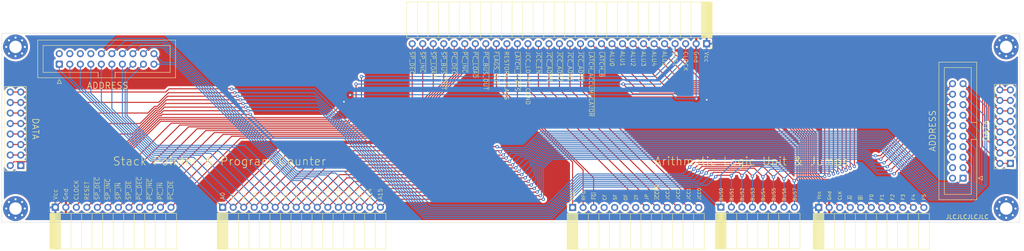
<source format=kicad_pcb>
(kicad_pcb (version 20211014) (generator pcbnew)
  (layers (0 "F.Cu" signal) (31 "B.Cu" signal) (34 "B.Paste" user) (35 "F.Paste" user) (36 "B.SilkS" user "B.Silkscreen") (37 "F.SilkS" user "F.Silkscreen") (38 "B.Mask" user) (39 "F.Mask" user) (44 "Edge.Cuts" user))
  (net 0 "")
  (net 1 "RESET")
  (net 2 "CLOCK")
  (net 3 "GND")
  (net 4 "VCC")
  (net 5 "BUS0")
  (net 6 "BUS1")
  (net 7 "BUS2")
  (net 8 "BUS3")
  (net 9 "BUS4")
  (net 10 "BUS5")
  (net 11 "BUS6")
  (net 12 "BUS7")
  (net 13 "~{SP_DEC}")
  (net 14 "~{SP_INC}")
  (net 15 "~{SP_LOAD}")
  (net 16 "~{SP_BUS_OUT}")
  (net 17 "~{PC_DEC}")
  (net 18 "~{PC_INC}")
  (net 19 "~{PC_LOAD}")
  (net 20 "~{PC_BUS_OUT}")
  (net 21 "~{LATCH_ACCUMULATOR}")
  (net 22 "~{LATCH_B}")
  (net 23 "ALU_FUNC_0")
  (net 24 "ALU_FUNC_1")
  (net 25 "ALU_FUNC_2")
  (net 26 "ALU_FUNC_3")
  (net 27 "ALU_FUNC_4")
  (net 28 "ALU_FUNC_5")
  (net 29 "A0")
  (net 30 "A1")
  (net 31 "A2")
  (net 32 "A3")
  (net 33 "A4")
  (net 34 "A5")
  (net 35 "A6")
  (net 36 "A7")
  (net 37 "A8")
  (net 38 "A9")
  (net 39 "A15")
  (net 40 "A14")
  (net 41 "A13")
  (net 42 "A12")
  (net 43 "A11")
  (net 44 "A10")
  (net 45 "~{FLAGS_OUT}")
  (net 46 "RESTORE_FLAGS")
  (net 47 "~{LATCH_FLAGS}")
  (net 52 "JCC_LD_PC_COND")
  (net 53 "~{JCC_EN}")
  (net 54 "JCC_ADR3")
  (net 55 "JCC_ADR2")
  (net 56 "JCC_ADR1")
  (net 57 "JCC_ADR0")
  (footprint "MountingHole:MountingHole_3mm_Pad_Via" (layer "F.Cu") (at 337.838 100.347)
    (fp_text reference "REF**" hide)
    (fp_text value "MountingHole_3mm_Pad_Via" hide)
  )
  (footprint "Connector_PinHeader_2.54mm:PinHeader_2x08_P2.54mm_Vertical" (layer "F.Cu") (at 99.84 129.05 180)
    (fp_text reference "J6" hide)
    (fp_text value "Conn_01x08" hide)
  )
  (footprint "Connector_PinSocket_2.54mm:PinSocket_1x12_P2.54mm_Horizontal" (layer "F.Cu") (at 108.18 139.163758 90)
    (fp_text reference "J1" hide)
    (fp_text value "Conn_01x12" hide)
  )
  (footprint "MountingHole:MountingHole_3mm_Pad_Via" (layer "F.Cu") (at 98.57 100.347)
    (fp_text reference "REF**" hide)
    (fp_text value "MountingHole_3mm_Pad_Via" hide)
  )
  (footprint "Connector_PinSocket_2.54mm:PinSocket_1x16_P2.54mm_Horizontal" (layer "F.Cu") (at 148.6 139.163758 90)
    (fp_text reference "J3" hide)
    (fp_text value "Conn_01x16" hide)
  )
  (footprint "MountingHole:MountingHole_3mm_Pad_Via" (layer "F.Cu") (at 337.838 139.463)
    (fp_text reference "REF**" hide)
    (fp_text value "MountingHole_3mm_Pad_Via" hide)
  )
  (footprint "Connector_PinHeader_2.54mm:PinHeader_2x08_P2.54mm_Vertical" (layer "F.Cu") (at 338.854 128.54 180)
    (fp_text reference "J5" hide)
    (fp_text value "Conn_01x08" hide)
  )
  (footprint "Connector_PinSocket_2.54mm:PinSocket_1x08_P2.54mm_Horizontal" (layer "F.Cu") (at 268.929 139.127 90)
    (fp_text reference "J7" hide)
    (fp_text value "Conn_01x08" hide)
  )
  (footprint "Connector_PinSocket_2.54mm:PinSocket_1x11_P2.54mm_Horizontal" (layer "F.Cu") (at 292.55 139.209 90)
    (fp_text reference "J4" hide)
    (fp_text value "Conn_01x12" hide)
  )
  (footprint "Connector_IDC:IDC-Header_2x10_P2.54mm_Vertical" (layer "F.Cu") (at 327.4225 132.11 180)
    (fp_text reference "J10" hide)
    (fp_text value "Conn_02x20_Odd_Even" hide)
  )
  (footprint "Connector_PinSocket_2.54mm:PinSocket_1x13_P2.54mm_Horizontal" (layer "F.Cu") (at 233.115 139.209 90)
    (fp_text reference "J9" hide)
    (fp_text value "Conn_01x13" hide)
  )
  (footprint "MountingHole:MountingHole_3mm_Pad_Via" (layer "F.Cu") (at 98.57 139.463)
    (fp_text reference "REF**" hide)
    (fp_text value "MountingHole_3mm_Pad_Via" hide)
  )
  (footprint "Connector_PinSocket_2.54mm:PinSocket_1x29_P2.54mm_Horizontal" (layer "F.Cu") (at 265.5 99.57 -90)
    (fp_text reference "J2" hide)
    (fp_text value "Conn_01x29" hide)
  )
  (footprint "Connector_IDC:IDC-Header_2x10_P2.54mm_Vertical" (layer "F.Cu") (at 109.14 104.526 90)
    (fp_text reference "J8" hide)
    (fp_text value "Conn_02x20_Odd_Even" hide)
  )
  (gr_rect (start 95.268 142.765) (end 341.14 97.045) (layer "Edge.Cuts") (width 0.1) (fill none))
  (gr_text "DATA" (at 333.012 120.667 90) (layer "F.SilkS") (effects (font (size 1.5 1.5))))
  (gr_text "RESET" (at 115.805 137.49 90) (layer "F.SilkS") (effects (font (size 1 1) (thickness 0.1)) (justify left)))
  (gr_text "A1" (at 151.11 137.4 90) (layer "F.SilkS") (effects (font (size 1 1) (thickness 0.1)) (justify left)))
  (gr_text "ADDRESS" (at 120.83 109.71) (layer "F.SilkS") (effects (font (size 1.5 1.5))))
  (gr_text "Gnd" (at 262.96 101.34 270) (layer "F.SilkS") (effects (font (size 1 1) (thickness 0.1)) (justify left)))
  (gr_text "A8" (at 168.89 137.4 90) (layer "F.SilkS") (effects (font (size 1 1) (thickness 0.1)) (justify left)))
  (gr_text "A2" (at 153.65 137.4 90) (layer "F.SilkS") (effects (font (size 1 1) (thickness 0.1)) (justify left)))
  (gr_text "CLOCK" (at 260.42 101.34 270) (layer "F.SilkS") (effects (font (size 1 1) (thickness 0.1)) (justify left)))
  (gr_text "~{LATCH_ACCUMULATOR}" (at 237.56 101.37 270) (layer "F.SilkS") (effects (font (size 1 1) (thickness 0.1)) (justify left)))
  (gr_text "F4" (at 315.463 135.907 90) (layer "F.SilkS") (effects (font (size 0.8 0.8) (thickness 0.1)) (justify right)))
  (gr_text "~{LATCH_FLAGS}" (at 219.71 101.346 270) (layer "F.SilkS") (effects (font (size 1 1) (thickness 0.1)) (justify left)))
  (gr_text "JLCJLCJLCJLC" (at 328.44 141.495) (layer "F.SilkS") (effects (font (size 1 1))))
  (gr_text "RESET" (at 257.87 101.33 270) (layer "F.SilkS") (effects (font (size 1 1) (thickness 0.1)) (justify left)))
  (gr_text "~{SP_DEC}" (at 194.31 101.346 270) (layer "F.SilkS") (effects (font (size 1 1) (thickness 0.1)) (justify left)))
  (gr_text "A11" (at 176.51 137.4 90) (layer "F.SilkS") (effects (font (size 1 1) (thickness 0.1)) (justify left)))
  (gr_text "BUS1" (at 271.543 134.383 90) (layer "F.SilkS") (effects (font (size 0.8 0.8) (thickness 0.1)) (justify right)))
  (gr_text "ALU5" (at 255.32 101.34 270) (layer "F.SilkS") (effects (font (size 1 1) (thickness 0.1)) (justify left)))
  (gr_text "Vcc" (at 292.603 135.145 90) (layer "F.SilkS") (effects (font (size 0.8 0.8) (thickness 0.1)) (justify right)))
  (gr_text "A12" (at 179.05 137.4 90) (layer "F.SilkS") (effects (font (size 1 1) (thickness 0.1)) (justify left)))
  (gr_text "A3" (at 156.19 137.4 90) (layer "F.SilkS") (effects (font (size 1 1) (thickness 0.1)) (justify left)))
  (gr_text "SF" (at 243.413 135.907 90) (layer "F.SilkS") (effects (font (size 0.8 0.8) (thickness 0.1)) (justify right)))
  (gr_text "ALU2" (at 247.72 101.35 270) (layer "F.SilkS") (effects (font (size 1 1) (thickness 0.1)) (justify left)))
  (gr_text "OF" (at 245.953 135.907 90) (layer "F.SilkS") (effects (font (size 0.8 0.8) (thickness 0.1)) (justify right)))
  (gr_text "A6" (at 163.81 137.4 90) (layer "F.SilkS") (effects (font (size 1 1) (thickness 0.1)) (justify left)))
  (gr_text "JCC3" (at 256.078 134.358 90) (layer "F.SilkS") (effects (font (size 0.8 0.8) (thickness 0.1)) (justify right)))
  (gr_text "Vcc" (at 108.18 137.39 90) (layer "F.SilkS") (effects (font (size 1 1) (thickness 0.1)) (justify left)))
  (gr_text "~{SP_INC}" (at 120.88 137.49 90) (layer "F.SilkS") (effects (font (size 1 1) (thickness 0.1)) (justify left)))
  (gr_text "A14" (at 184.13 137.4 90) (layer "F.SilkS") (effects (font (size 1 1) (thickness 0.1)) (justify left)))
  (gr_text "BUS5" (at 281.703 134.383 90) (layer "F.SilkS") (effects (font (size 0.8 0.8) (thickness 0.1)) (justify right)))
  (gr_text "ALU4" (at 252.8 101.35 270) (layer "F.SilkS") (effects (font (size 1 1) (thickness 0.1)) (justify left)))
  (gr_text "DATA" (at 103.396 120.159 270) (layer "F.SilkS") (effects (font (size 1.5 1.5))))
  (gr_text "BUS7" (at 286.783 134.383 90) (layer "F.SilkS") (effects (font (size 0.8 0.8) (thickness 0.1)) (justify right)))
  (gr_text "A15" (at 186.67 137.4 90) (layer "F.SilkS") (effects (font (size 1 1) (thickness 0.1)) (justify left)))
  (gr_text "A0" (at 148.57 137.4 90) (layer "F.SilkS") (effects (font (size 1 1) (thickness 0.1)) (justify left)))
  (gr_text "~{PC_DEC}" (at 128.505 137.465 90) (layer "F.SilkS") (effects (font (size 1 1) (thickness 0.1)) (justify left)))
  (gr_text "ADDRESS" (at 320.058 120.667 90) (layer "F.SilkS") (effects (font (size 1.5 1.5))))
  (gr_text "~{LATCH_B}" (at 240.1 101.37 270) (layer "F.SilkS") (effects (font (size 1 1) (thickness 0.1)) (justify left)))
  (gr_text "~{JCC_ADR1}" (at 232.47 101.37 270) (layer "F.SilkS") (effects (font (size 1 1) (thickness 0.1)) (justify left)))
  (gr_text "JCC1" (at 261.153 134.383 90) (layer "F.SilkS") (effects (font (size 0.8 0.8) (thickness 0.1)) (justify right)))
  (gr_text "Arithmetic Logic Unit & Jumps" (at 276.352 128.016) (layer "F.SilkS") (effects (font (size 2 2))))
  (gr_text "F5" (at 318.003 135.907 90) (layer "F.SilkS") (effects (font (size 0.8 0.8) (thickness 0.1)) (justify right)))
  (gr_text "~{SP_INC}" (at 196.85 101.346 270) (layer "F.SilkS") (effects (font (size 1 1) (thickness 0.1)) (justify left)))
  (gr_text "RESTORE_FLAGS" (at 217.17 101.346 270) (layer "F.SilkS") (effects (font (size 1 1) (thickness 0.1)) (justify left)))
  (gr_text "Vcc" (at 265.5 101.45 270) (layer "F.SilkS") (effects (font (size 1 1) (thickness 0.1)) (justify left)))
  (gr_text "A7" (at 166.35 137.4 90) (layer "F.SilkS") (effects (font (size 1 1) (thickness 0.1)) (justify left)))
  (gr_text "~{JCC_ADR3}" (at 227.4 101.38 270) (layer "F.SilkS") (effects (font (size 1 1) (thickness 0.1)) (justify left)))
  (gr_text "~{PC_BUS_OUT}" (at 212.09 101.346 270) (layer "F.SilkS") (effects (font (size 1 1) (thickness 0.1)) (justify left)))
  (gr_text "BUS6" (at 284.243 134.383 90) (layer "F.SilkS") (effects (font (size 0.8 0.8) (thickness 0.1)) (justify right)))
  (gr_text "~{SP_DEC}" (at 118.33 137.465 90) (layer "F.SilkS") (effects (font (size 1 1) (thickness 0.1)) (justify left)))
  (gr_text "~{PC_OE}" (at 136.105 137.465 90) (layer "F.SilkS") (effects (font (size 1 1) (thickness 0.1)) (justify left)))
  (gr_text "~{JCC_ADR0}" (at 235.02 101.34 270) (layer "F.SilkS") (effects (font (size 1 1) (thickness 0.1)) (justify left)))
  (gr_text "A10" (at 173.97 137.4 90) (layer "F.SilkS") (effects (font (size 1 1) (thickness 0.1)) (justify left)))
  (gr_text "ALU1" (at 245.17 101.33 270) (layer "F.SilkS") (effects (font (size 1 1) (thickness 0.1)) (justify left)))
  (gr_text "F1" (at 307.843 135.907 90) (layer "F.SilkS") (effects (font (size 0.8 0.8) (thickness 0.1)) (justify right)))
  (gr_text "F3" (at 312.923 135.907 90) (layer "F.SilkS") (effects (font (size 0.8 0.8) (thickness 0.1)) (justify right)))
  (gr_text "Gnd" (at 295.143 135.145 90) (layer "F.SilkS") (effects (font (size 0.8 0.8) (thickness 0.1)) (justify right)))
  (gr_text "A13" (at 181.59 137.4 90) (layer "F.SilkS") (effects (font (size 1 1) (thickness 0.1)) (justify left)))
  (gr_text "~{PC_LOAD}" (at 209.55 101.346 270) (layer "F.SilkS") (effects (font (size 1 1) (thickness 0.1)) (justify left)))
  (gr_text "BUS3" (at 276.623 134.383 90) (layer "F.SilkS") (effects (font (size 0.8 0.8) (thickness 0.1)) (justify right)))
  (gr_text "~{PC_INC}" (at 207.01 101.346 270) (layer "F.SilkS") (effects (font (size 1 1) (thickness 0.1)) (justify left)))
  (gr_text "~{SP_LOAD}" (at 199.39 101.346 270) (layer "F.SilkS") (effects (font (size 1 1) (thickness 0.1)) (justify left)))
  (gr_text "CLK" (at 297.683 135.145 90) (layer "F.SilkS") (effects (font (size 0.8 0.8) (thickness 0.1)) (justify right)))
  (gr_text "F2" (at 310.383 135.907 90) (layer "F.SilkS") (effects (font (size 0.8 0.8) (thickness 0.1)) (justify right)))
  (gr_text "~{FGO}" (at 233.253 135.145 90) (layer "F.SilkS") (effects (font (size 0.8 0.8) (thickness 0.1)) (justify right)))
  (gr_text "JP" (at 251.003 135.907 90) (layer "F.SilkS") (effects (font (size 0.8 0.8) (thickness 0.1)) (justify right)))
  (gr_text "Gnd" (at 110.705 137.465 90) (layer "F.SilkS") (effects (font (size 1 1) (thickness 0.1)) (justify left)))
  (gr_text "Stack Pointer & Program Counter" (at 147.828 128.016) (layer "F.SilkS") (effects (font (size 2 2))))
  (gr_text "ALU3" (at 250.24 101.34 270) (layer "F.SilkS") (effects (font (size 1 1) (thickness 0.1)) (justify left)))
  (gr_text "CF" (at 240.873 135.907 90) (layer "F.SilkS") (effects (font (size 0.8 0.8) (thickness 0.1)) (justify right)))
  (gr_text "JCC2" (at 258.628 134.358 90) (layer "F.SilkS") (effects (font (size 0.8 0.8) (thickness 0.1)) (justify right)))
  (gr_text "~{JCC_ADR2}" (at 229.93 101.37 270) (layer "F.SilkS") (effects (font (size 1 1) (thickness 0.1)) (justify left)))
  (gr_text "JCC_LD_PC_COND" (at 222.33 101.34 270) (layer "F.SilkS") (effects (font (size 1 1) (thickness 0.1)) (justify left)))
  (gr_text "BUS2" (at 274.083 134.383 90) (layer "F.SilkS") (effects (font (size 0.8 0.8) (thickness 0.1)) (justify right)))
  (gr_text "~{SP_BUS_OUT}" (at 201.93 101.346 270) (layer "F.SilkS") (effects (font (size 1 1) (thickness 0.1)) (justify left)))
  (gr_text "~{PC_DEC}" (at 204.47 101.346 270) (layer "F.SilkS") (effects (font (size 1 1) (thickness 0.1)) (justify left)))
  (gr_text "F0" (at 305.303 135.907 90) (layer "F.SilkS") (effects (font (size 0.8 0.8) (thickness 0.1)) (justify right)))
  (gr_text "BUS0" (at 269.003 134.383 90) (layer "F.SilkS") (effects (font (size 0.8 0.8) (thickness 0.1)) (justify right)))
  (gr_text "~{PC_IN}" (at 133.58 137.44 90) (layer "F.SilkS") (effects (font (size 1 1) (thickness 0.1)) (justify left)))
  (gr_text "JCC0" (at 263.728 134.408 90) (layer "F.SilkS") (effects (font (size 0.8 0.8) (thickness 0.1)) (justify right)))
  (gr_text "~{BI}" (at 302.763 136.161 90) (layer "F.SilkS") (effects (font (size 0.8 0.8) (thickness 0.1)) (justify right)))
  (gr_text "ALU0" (at 242.65 101.34 270) (layer "F.SilkS") (effects (font (size 1 1) (thickness 0.1)) (justify left)))
  (gr_text "~{SP_IN}" (at 123.43 137.44 90) (layer "F.SilkS") (effects (font (size 1 1) (thickness 0.1)) (justify left)))
  (gr_text "~{PC_INC}" (at 131.03 137.465 90) (layer "F.SilkS") (effects (font (size 1 1) (thickness 0.1)) (justify left)))
  (gr_text "ZF" (at 248.493 135.907 90) (layer "F.SilkS") (effects (font (size 0.8 0.8) (thickness 0.1)) (justify right)))
  (gr_text "A9" (at 171.43 137.4 90) (layer "F.SilkS") (effects (font (size 1 1) (thickness 0.1)) (justify left)))
  (gr_text "RFG" (at 235.793 135.145 90) (layer "F.SilkS") (effects (font (size 0.8 0.8) (thickness 0.1)) (justify right)))
  (gr_text "~{SP_OE}" (at 125.95 137.44 90) (layer "F.SilkS") (effects (font (size 1 1) (thickness 0.1)) (justify left)))
  (gr_text "A5" (at 161.27 137.4 90) (layer "F.SilkS") (effects (font (size 1 1) (thickness 0.1)) (justify left)))
  (gr_text "CLOCK" (at 113.265 137.465 90) (layer "F.SilkS") (effects (font (size 1 1) (thickness 0.1)) (justify left)))
  (gr_text "~{JCC_EN}" (at 224.87 101.37 270) (layer "F.SilkS") (effects (font (size 1 1) (thickness 0.1)) (justify left)))
  (gr_text "A4" (at 158.73 137.4 90) (layer "F.SilkS") (effects (font (size 1 1) (thickness 0.1)) (justify left)))
  (gr_text "~{AI}" (at 300.223 136.161 90) (layer "F.SilkS") (effects (font (size 0.8 0.8) (thickness 0.1)) (justify right)))
  (gr_text "~{FLAGS_OUT}" (at 214.63 101.346 270) (layer "F.SilkS") (effects (font (size 1 1) (thickness 0.1)) (justify left)))
  (gr_text "~{FGI}" (at 238.333 135.399 90) (layer "F.SilkS") (effects (font (size 0.8 0.8) (thickness 0.1)) (justify right)))
  (gr_text "BUS4" (at 279.163 134.383 90) (layer "F.SilkS") (effects (font (size 0.8 0.8) (thickness 0.1)) (justify right)))
  (gr_text "~{JCCEN}" (at 253.578 133.621 90) (layer "F.SilkS") (effects (font (size 0.8 0.8) (thickness 0.1)) (justify right)))
  (segment (start 182.12 115.75) (end 182.12 107.51) (width 0.25) (layer "F.Cu") (net 1))
  (segment (start 136.170291 118.793467) (end 179.076533 118.793467) (width 0.25) (layer "F.Cu") (net 1))
  (segment (start 115.8 139.163758) (end 136.170291 118.793467) (width 0.25) (layer "F.Cu") (net 1))
  (segment (start 179.076533 118.793467) (end 182.12 115.75) (width 0.25) (layer "F.Cu") (net 1))
  (via (at 182.12 107.51) (size 0.8) (drill 0.4) (layers "F.Cu" "B.Cu") (net 1))
  (segment (start 257.88 102.62) (end 257.88 99.57) (width 0.25) (layer "B.Cu") (net 1))
  (segment (start 252.99 107.51) (end 257.88 102.62) (width 0.25) (layer "B.Cu") (net 1))
  (segment (start 182.12 107.51) (end 252.99 107.51) (width 0.25) (layer "B.Cu") (net 1))
  (segment (start 292.145705 136.010001) (end 288.299511 132.163807) (width 0.25) (layer "F.Cu") (net 2))
  (segment (start 294.431001 136.010001) (end 292.145705 136.010001) (width 0.25) (layer "F.Cu") (net 2))
  (segment (start 178.846044 118.343956) (end 133.624044 118.343956) (width 0.25) (layer "F.Cu") (net 2))
  (segment (start 297.63 139.209) (end 294.431001 136.010001) (width 0.25) (layer "F.Cu") (net 2))
  (segment (start 277.236193 111.710489) (end 247.720489 111.710489) (width 0.25) (layer "F.Cu") (net 2))
  (segment (start 180.81 116.38) (end 178.846044 118.343956) (width 0.25) (layer "F.Cu") (net 2))
  (segment (start 288.29951 122.773806) (end 277.236193 111.710489) (width 0.25) (layer "F.Cu") (net 2))
  (segment (start 133.624044 118.343956) (end 113.26 138.708) (width 0.25) (layer "F.Cu") (net 2))
  (segment (start 180.81 109.35) (end 180.81 116.38) (width 0.25) (layer "F.Cu") (net 2))
  (segment (start 288.299511 132.163807) (end 288.29951 122.773806) (width 0.25) (layer "F.Cu") (net 2))
  (segment (start 247.720489 111.710489) (end 245.36 109.35) (width 0.25) (layer "F.Cu") (net 2))
  (segment (start 113.26 138.708) (end 113.26 139.163758) (width 0.25) (layer "F.Cu") (net 2))
  (via (at 180.81 109.35) (size 0.8) (drill 0.4) (layers "F.Cu" "B.Cu") (net 2))
  (via (at 245.36 109.35) (size 0.8) (drill 0.4) (layers "F.Cu" "B.Cu") (net 2))
  (segment (start 180.81 109.35) (end 254.31 109.35) (width 0.25) (layer "B.Cu") (net 2))
  (segment (start 260.42 99.57) (end 260.42 103.24) (width 0.25) (layer "B.Cu") (net 2))
  (segment (start 254.31 109.35) (end 260.42 103.24) (width 0.25) (layer "B.Cu") (net 2))
  (segment (start 290.2 134.7) (end 287.85 132.35) (width 0.25) (layer "F.Cu") (net 3))
  (segment (start 276.48 112.39) (end 263.506356 112.39) (width 0.25) (layer "F.Cu") (net 3))
  (segment (start 291.94 136.46) (end 290.2 134.72) (width 0.25) (layer "F.Cu") (net 3))
  (segment (start 287.85 123.76) (end 276.48 112.39) (width 0.25) (layer "F.Cu") (net 3))
  (segment (start 179.39 115.25) (end 179.39 111.98) (width 0.25) (layer "F.Cu") (net 3))
  (segment (start 133.437851 117.894445) (end 176.745555 117.894445) (width 0.25) (layer "F.Cu") (net 3))
  (segment (start 292.341 136.46) (end 291.94 136.46) (width 0.25) (layer "F.Cu") (net 3))
  (segment (start 263.506356 112.39) (end 263.000856 112.8955) (width 0.25) (layer "F.Cu") (net 3))
  (segment (start 122.320339 129.011957) (end 133.437851 117.894445) (width 0.25) (layer "F.Cu") (net 3))
  (segment (start 287.85 132.35) (end 287.85 123.76) (width 0.25) (layer "F.Cu") (net 3))
  (segment (start 290.2 134.72) (end 290.2 134.7) (width 0.25) (layer "F.Cu") (net 3))
  (segment (start 295.09 139.209) (end 292.341 136.46) (width 0.25) (layer "F.Cu") (net 3))
  (segment (start 176.745555 117.894445) (end 179.39 115.25) (width 0.25) (layer "F.Cu") (net 3))
  (segment (start 110.72 139.163758) (end 120.871801 129.011957) (width 0.25) (layer "F.Cu") (net 3))
  (segment (start 120.871801 129.011957) (end 122.320339 129.011957) (width 0.25) (layer "F.Cu") (net 3))
  (via (at 179.39 111.98) (size 0.8) (drill 0.4) (layers "F.Cu" "B.Cu") (net 3))
  (via (at 263.000856 112.8955) (size 0.8) (drill 0.4) (layers "F.Cu" "B.Cu") (net 3))
  (segment (start 257.17 111.9) (end 258.1655 112.8955) (width 0.25) (layer "B.Cu") (net 3))
  (segment (start 179.39 111.98) (end 179.47 111.9) (width 0.25) (layer "B.Cu") (net 3))
  (segment (start 258.1655 112.8955) (end 263.000856 112.8955) (width 0.25) (layer "B.Cu") (net 3))
  (segment (start 262.96 112.854644) (end 263.000856 112.8955) (width 0.25) (layer "B.Cu") (net 3))
  (segment (start 179.47 111.9) (end 257.17 111.9) (width 0.25) (layer "B.Cu") (net 3))
  (segment (start 262.96 99.57) (end 262.96 112.854644) (width 0.25) (layer "B.Cu") (net 3))
  (segment (start 118.781312 128.562446) (end 122.134146 128.562446) (width 0.25) (layer "F.Cu") (net 4))
  (segment (start 287.34 124.69) (end 287.34 132.57) (width 0.25) (layer "F.Cu") (net 4))
  (segment (start 174.065066 117.444934) (end 177.89 113.62) (width 0.25) (layer "F.Cu") (net 4))
  (segment (start 287.34 132.57) (end 292.55 137.78) (width 0.25) (layer "F.Cu") (net 4))
  (segment (start 265.51 113.15) (end 275.8 113.15) (width 0.25) (layer "F.Cu") (net 4))
  (segment (start 275.8 113.15) (end 287.34 124.69) (width 0.25) (layer "F.Cu") (net 4))
  (segment (start 122.134146 128.562446) (end 133.251658 117.444934) (width 0.25) (layer "F.Cu") (net 4))
  (segment (start 292.55 137.78) (end 292.55 139.209) (width 0.25) (layer "F.Cu") (net 4))
  (segment (start 108.18 139.163758) (end 118.781312 128.562446) (width 0.25) (layer "F.Cu") (net 4))
  (segment (start 133.251658 117.444934) (end 174.065066 117.444934) (width 0.25) (layer "F.Cu") (net 4))
  (via (at 265.51 113.15) (size 0.8) (drill 0.4) (layers "F.Cu" "B.Cu") (net 4))
  (via (at 177.89 113.62) (size 0.8) (drill 0.4) (layers "F.Cu" "B.Cu") (net 4))
  (segment (start 265.5 99.57) (end 265.5 113.14) (width 0.25) (layer "B.Cu") (net 4))
  (segment (start 264.77 113.89) (end 265.51 113.15) (width 0.25) (layer "B.Cu") (net 4))
  (segment (start 177.89 113.62) (end 178.16 113.89) (width 0.25) (layer "B.Cu") (net 4))
  (segment (start 178.16 113.89) (end 264.77 113.89) (width 0.25) (layer "B.Cu") (net 4))
  (segment (start 265.5 113.14) (end 265.51 113.15) (width 0.25) (layer "B.Cu") (net 4))
  (segment (start 301.18 115.37) (end 310.28 106.27) (width 0.25) (layer "F.Cu") (net 5))
  (segment (start 134.064224 116.67) (end 133.7388 116.995424) (width 0.25) (layer "F.Cu") (net 5))
  (segment (start 329.22 106.27) (end 332.14 109.19) (width 0.25) (layer "F.Cu") (net 5))
  (segment (start 133.7388 116.995424) (end 133.065464 116.995424) (width 0.25) (layer "F.Cu") (net 5))
  (segment (start 301.18 115.37) (end 301.18 129.26) (width 0.25) (layer "F.Cu") (net 5))
  (segment (start 310.28 106.27) (end 329.22 106.27) (width 0.25) (layer "F.Cu") (net 5))
  (segment (start 121.947953 128.112935) (end 98.237065 128.112935) (width 0.25) (layer "F.Cu") (net 5))
  (segment (start 133.065464 116.995424) (end 121.947953 128.112935) (width 0.25) (layer "F.Cu") (net 5))
  (segment (start 338.854 128.54) (end 336.314 128.54) (width 0.25) (layer "F.Cu") (net 5))
  (segment (start 332.14 124.366) (end 332.14 109.19) (width 0.25) (layer "F.Cu") (net 5))
  (segment (start 336.314 128.54) (end 332.14 124.366) (width 0.25) (layer "F.Cu") (net 5))
  (segment (start 155.26 116.67) (end 134.064224 116.67) (width 0.25) (layer "F.Cu") (net 5))
  (segment (start 98.237065 128.112935) (end 97.3 129.05) (width 0.25) (layer "F.Cu") (net 5))
  (via (at 155.26 116.67) (size 0.8) (drill 0.4) (layers "F.Cu" "B.Cu") (net 5))
  (via (at 301.18 129.26) (size 0.8) (drill 0.4) (layers "F.Cu" "B.Cu") (net 5))
  (segment (start 268.929 131.301) (end 268.929 139.127) (width 0.25) (layer "B.Cu") (net 5))
  (segment (start 160.977152 122.387152) (end 177.852928 122.387152) (width 0.25) (layer "B.Cu") (net 5))
  (segment (start 235.766165 134.257555) (end 263.637555 134.257555) (width 0.25) (layer "B.Cu") (net 5))
  (segment (start 197.322841 141.857065) (end 228.166655 141.857065) (width 0.25) (layer "B.Cu") (net 5))
  (segment (start 177.852928 122.387152) (end 197.322841 141.857065) (width 0.25) (layer "B.Cu") (net 5))
  (segment (start 301.18 129.26) (end 301.18 129.23) (width 0.25) (layer "B.Cu") (net 5))
  (segment (start 228.166655 141.857065) (end 235.766165 134.257555) (width 0.25) (layer "B.Cu") (net 5))
  (segment (start 300.04 128.09) (end 272.14 128.09) (width 0.25) (layer "B.Cu") (net 5))
  (segment (start 272.14 128.09) (end 268.929 131.301) (width 0.25) (layer "B.Cu") (net 5))
  (segment (start 263.637555 134.257555) (end 268.507 139.127) (width 0.25) (layer "B.Cu") (net 5))
  (segment (start 155.26 116.67) (end 160.977152 122.387152) (width 0.25) (layer "B.Cu") (net 5))
  (segment (start 301.18 129.23) (end 300.04 128.09) (width 0.25) (layer "B.Cu") (net 5))
  (segment (start 271.469 131.461) (end 271.438 131.43) (width 0.25) (layer "F.Cu") (net 6))
  (segment (start 336.314 126) (end 338.854 126) (width 0.25) (layer "F.Cu") (net 6))
  (segment (start 271.438 131.43) (end 268 131.43) (width 0.25) (layer "F.Cu") (net 6))
  (segment (start 134.29852 115.8) (end 154.73 115.8) (width 0.25) (layer "F.Cu") (net 6))
  (segment (start 122.915184 126.51) (end 132.879271 116.545913) (width 0.25) (layer "F.Cu") (net 6))
  (segment (start 268 131.43) (end 267.67 131.76) (width 0.25) (layer "F.Cu") (net 6))
  (segment (start 97.3 126.51) (end 122.915184 126.51) (width 0.25) (layer "F.Cu") (net 6))
  (segment (start 310.093807 105.820489) (end 329.420489 105.820489) (width 0.25) (layer "F.Cu") (net 6))
  (segment (start 332.62 122.306) (end 336.314 126) (width 0.25) (layer "F.Cu") (net 6))
  (segment (start 300.15 115.764296) (end 310.093807 105.820489) (width 0.25) (layer "F.Cu") (net 6))
  (segment (start 329.420489 105.820489) (end 332.62 109.02) (width 0.25) (layer "F.Cu") (net 6))
  (segment (start 132.879271 116.545913) (end 133.552607 116.545913) (width 0.25) (layer "F.Cu") (net 6))
  (segment (start 300.15 129.71) (end 300.15 115.764296) (width 0.25) (layer "F.Cu") (net 6))
  (segment (start 332.62 109.02) (end 332.62 122.306) (width 0.25) (layer "F.Cu") (net 6))
  (segment (start 133.552607 116.545913) (end 134.29852 115.8) (width 0.25) (layer "F.Cu") (net 6))
  (via (at 271.469 131.461) (size 0.8) (drill 0.4) (layers "F.Cu" "B.Cu") (net 6))
  (via (at 300.15 129.71) (size 0.8) (drill 0.4) (layers "F.Cu" "B.Cu") (net 6))
  (via (at 267.67 131.76) (size 0.8) (drill 0.4) (layers "F.Cu" "B.Cu") (net 6))
  (via (at 154.73 115.8) (size 0.8) (drill 0.4) (layers "F.Cu" "B.Cu") (net 6))
  (segment (start 299 128.56) (end 300.15 129.71) (width 0.25) (layer "B.Cu") (net 6))
  (segment (start 274.37 128.56) (end 299 128.56) (width 0.25) (layer "B.Cu") (net 6))
  (segment (start 227.955271 141.407555) (end 235.554782 133.808044) (width 0.25) (layer "B.Cu") (net 6))
  (segment (start 235.554782 133.808044) (end 265.621959 133.808041) (width 0.25) (layer "B.Cu") (net 6))
  (segment (start 271.469 139.127) (end 271.469 131.461) (width 0.25) (layer "B.Cu") (net 6))
  (segment (start 178.039122 121.937642) (end 197.509035 141.407555) (width 0.25) (layer "B.Cu") (net 6))
  (segment (start 197.509035 141.407555) (end 227.955271 141.407555) (width 0.25) (layer "B.Cu") (net 6))
  (segment (start 271.469 131.461) (end 274.37 128.56) (width 0.25) (layer "B.Cu") (net 6))
  (segment (start 171.901433 115.8) (end 178.039075 121.937642) (width 0.25) (layer "B.Cu") (net 6))
  (segment (start 154.73 115.8) (end 171.901433 115.8) (width 0.25) (layer "B.Cu") (net 6))
  (segment (start 178.039075 121.937642) (end 178.039122 121.937642) (width 0.25) (layer "B.Cu") (net 6))
  (segment (start 265.621959 133.808041) (end 267.67 131.76) (width 0.25) (layer "B.Cu") (net 6))
  (segment (start 274.02 131.49) (end 273.22 130.69) (width 0.25) (layer "F.Cu") (net 7))
  (segment (start 338.854 123.46) (end 336.314 123.46) (width 0.25) (layer "F.Cu") (net 7))
  (segment (start 329.606682 105.370978) (end 309.907613 105.370979) (width 0.25) (layer "F.Cu") (net 7))
  (segment (start 154.16 114.92) (end 134.542816 114.92) (width 0.25) (layer "F.Cu") (net 7))
  (segment (start 299.18 116.098592) (end 299.18 130.15) (width 0.25) (layer "F.Cu") (net 7))
  (segment (start 273.22 130.69) (end 267.18 130.69) (width 0.25) (layer "F.Cu") (net 7))
  (segment (start 333.06951 108.833806) (end 329.606682 105.370978) (width 0.25) (layer "F.Cu") (net 7))
  (segment (start 134.542816 114.92) (end 133.366413 116.096403) (width 0.25) (layer "F.Cu") (net 7))
  (segment (start 336.314 123.46) (end 333.06951 120.21551) (width 0.25) (layer "F.Cu") (net 7))
  (segment (start 267.18 130.69) (end 266.66 131.21) (width 0.25) (layer "F.Cu") (net 7))
  (segment (start 132.693077 116.096403) (end 124.81948 123.97) (width 0.25) (layer "F.Cu") (net 7))
  (segment (start 124.81948 123.97) (end 97.3 123.97) (width 0.25) (layer "F.Cu") (net 7))
  (segment (start 333.06951 120.21551) (end 333.06951 108.833806) (width 0.25) (layer "F.Cu") (net 7))
  (segment (start 133.366413 116.096403) (end 132.693077 116.096403) (width 0.25) (layer "F.Cu") (net 7))
  (segment (start 309.907613 105.370979) (end 299.18 116.098592) (width 0.25) (layer "F.Cu") (net 7))
  (via (at 154.16 114.92) (size 0.8) (drill 0.4) (layers "F.Cu" "B.Cu") (net 7))
  (via (at 299.18 130.15) (size 0.8) (drill 0.4) (layers "F.Cu" "B.Cu") (net 7))
  (via (at 266.66 131.21) (size 0.8) (drill 0.4) (layers "F.Cu" "B.Cu") (net 7))
  (via (at 274.02 131.49) (size 0.8) (drill 0.4) (layers "F.Cu" "B.Cu") (net 7))
  (segment (start 235.368579 133.358533) (end 264.511469 133.358531) (width 0.25) (layer "B.Cu") (net 7))
  (segment (start 274.009 139.127) (end 274.009 131.501) (width 0.25) (layer "B.Cu") (net 7))
  (segment (start 154.16 114.92) (end 171.657161 114.92) (width 0.25) (layer "B.Cu") (net 7))
  (segment (start 264.511469 133.358531) (end 266.66 131.21) (width 0.25) (layer "B.Cu") (net 7))
  (segment (start 171.657161 114.92) (end 178.231032 121.493871) (width 0.25) (layer "B.Cu") (net 7))
  (segment (start 227.769069 140.958043) (end 235.368579 133.358533) (width 0.25) (layer "B.Cu") (net 7))
  (segment (start 276.500489 129.009511) (end 298.039511 129.009511) (width 0.25) (layer "B.Cu") (net 7))
  (segment (start 178.231055 121.493871) (end 197.695228 140.958044) (width 0.25) (layer "B.Cu") (net 7))
  (segment (start 298.039511 129.009511) (end 299.18 130.15) (width 0.25) (layer "B.Cu") (net 7))
  (segment (start 274.009 131.501) (end 276.500489 129.009511) (width 0.25) (layer "B.Cu") (net 7))
  (segment (start 178.231032 121.493871) (end 178.231055 121.493871) (width 0.25) (layer "B.Cu") (net 7))
  (segment (start 197.695228 140.958044) (end 227.769069 140.958043) (width 0.25) (layer "B.Cu") (net 7))
  (segment (start 266.090979 130.179021) (end 275.097021 130.179021) (width 0.25) (layer "F.Cu") (net 8))
  (segment (start 265.39 130.88) (end 266.090979 130.179021) (width 0.25) (layer "F.Cu") (net 8))
  (segment (start 298.22 116.422888) (end 298.22 130.53) (width 0.25) (layer "F.Cu") (net 8))
  (segment (start 133.18022 115.646892) (end 134.787112 114.04) (width 0.25) (layer "F.Cu") (net 8))
  (segment (start 333.51902 108.647612) (end 329.792875 104.921467) (width 0.25) (layer "F.Cu") (net 8))
  (segment (start 275.097021 130.179021) (end 276.549 131.631) (width 0.25) (layer "F.Cu") (net 8))
  (segment (start 329.792875 104.921467) (end 309.721419 104.921469) (width 0.25) (layer "F.Cu") (net 8))
  (segment (start 126.723776 121.43) (end 132.506884 115.646892) (width 0.25) (layer "F.Cu") (net 8))
  (segment (start 132.506884 115.646892) (end 133.18022 115.646892) (width 0.25) (layer "F.Cu") (net 8))
  (segment (start 309.721419 104.921469) (end 298.22 116.422888) (width 0.25) (layer "F.Cu") (net 8))
  (segment (start 336.314 120.92) (end 338.854 120.92) (width 0.25) (layer "F.Cu") (net 8))
  (segment (start 336.314 120.92) (end 333.51902 118.12502) (width 0.25) (layer "F.Cu") (net 8))
  (segment (start 333.51902 118.12502) (end 333.51902 108.647612) (width 0.25) (layer "F.Cu") (net 8))
  (segment (start 97.3 121.43) (end 126.723776 121.43) (width 0.25) (layer "F.Cu") (net 8))
  (segment (start 134.787112 114.04) (end 153.53 114.04) (width 0.25) (layer "F.Cu") (net 8))
  (via (at 153.53 114.04) (size 0.8) (drill 0.4) (layers "F.Cu" "B.Cu") (net 8))
  (via (at 265.39 130.88) (size 0.8) (drill 0.4) (layers "F.Cu" "B.Cu") (net 8))
  (via (at 276.549 131.631) (size 0.8) (drill 0.4) (layers "F.Cu" "B.Cu") (net 8))
  (via (at 298.22 130.53) (size 0.8) (drill 0.4) (layers "F.Cu" "B.Cu") (net 8))
  (segment (start 153.53 114.04) (end 171.412888 114.04) (width 0.25) (layer "B.Cu") (net 8))
  (segment (start 276.549 131.631) (end 278.720978 129.459022) (width 0.25) (layer "B.Cu") (net 8))
  (segment (start 263.290979 132.909021) (end 265.32 130.88) (width 0.25) (layer "B.Cu") (net 8))
  (segment (start 227.582875 140.508533) (end 235.182386 132.909022) (width 0.25) (layer "B.Cu") (net 8))
  (segment (start 235.182386 132.909022) (end 263.290979 132.909021) (width 0.25) (layer "B.Cu") (net 8))
  (segment (start 265.32 130.88) (end 265.39 130.88) (width 0.25) (layer "B.Cu") (net 8))
  (segment (start 197.881421 140.508533) (end 227.582875 140.508533) (width 0.25) (layer "B.Cu") (net 8))
  (segment (start 276.549 139.127) (end 276.549 131.631) (width 0.25) (layer "B.Cu") (net 8))
  (segment (start 278.720978 129.459022) (end 297.149022 129.459022) (width 0.25) (layer "B.Cu") (net 8))
  (segment (start 171.412888 114.04) (end 197.881421 140.508533) (width 0.25) (layer "B.Cu") (net 8))
  (segment (start 297.149022 129.459022) (end 298.22 130.53) (width 0.25) (layer "B.Cu") (net 8))
  (segment (start 128.628072 118.89) (end 97.3 118.89) (width 0.25) (layer "F.Cu") (net 9))
  (segment (start 333.96853 116.03453) (end 333.96853 108.4614) (width 0.25) (layer "F.Cu") (net 9))
  (segment (start 132.32069 115.197382) (end 128.628072 118.89) (width 0.25) (layer "F.Cu") (net 9))
  (segment (start 279.089 131.791) (end 277.027511 129.729511) (width 0.25) (layer "F.Cu") (net 9))
  (segment (start 309.53523 104.471959) (end 297.15 116.857189) (width 0.25) (layer "F.Cu") (net 9))
  (segment (start 336.314 118.38) (end 333.96853 116.03453) (width 0.25) (layer "F.Cu") (net 9))
  (segment (start 329.979089 104.471959) (end 309.53523 104.471959) (width 0.25) (layer "F.Cu") (net 9))
  (segment (start 277.027511 129.729511) (end 265.167821 129.729511) (width 0.25) (layer "F.Cu") (net 9))
  (segment (start 265.167821 129.729511) (end 264.29776 130.599572) (width 0.25) (layer "F.Cu") (net 9))
  (segment (start 333.96853 108.4614) (end 329.979089 104.471959) (width 0.25) (layer "F.Cu") (net 9))
  (segment (start 132.994026 115.197382) (end 132.32069 115.197382) (width 0.25) (layer "F.Cu") (net 9))
  (segment (start 135.031408 113.16) (end 132.994026 115.197382) (width 0.25) (layer "F.Cu") (net 9))
  (segment (start 297.15 116.857189) (end 297.15 130.79) (width 0.25) (layer "F.Cu") (net 9))
  (segment (start 338.854 118.38) (end 336.314 118.38) (width 0.25) (layer "F.Cu") (net 9))
  (segment (start 152.86 113.16) (end 135.031408 113.16) (width 0.25) (layer "F.Cu") (net 9))
  (via (at 279.089 131.791) (size 0.8) (drill 0.4) (layers "F.Cu" "B.Cu") (net 9))
  (via (at 264.29776 130.599572) (size 0.8) (drill 0.4) (layers "F.Cu" "B.Cu") (net 9))
  (via (at 297.15 130.79) (size 0.8) (drill 0.4) (layers "F.Cu" "B.Cu") (net 9))
  (via (at 152.86 113.16) (size 0.8) (drill 0.4) (layers "F.Cu" "B.Cu") (net 9))
  (segment (start 262.437821 132.459511) (end 264.29776 130.599572) (width 0.25) (layer "B.Cu") (net 9))
  (segment (start 279.089 139.127) (end 279.089 131.791) (width 0.25) (layer "B.Cu") (net 9))
  (segment (start 234.996193 132.459511) (end 262.437821 132.459511) (width 0.25) (layer "B.Cu") (net 9))
  (segment (start 152.86 113.16) (end 171.168592 113.16) (width 0.25) (layer "B.Cu") (net 9))
  (segment (start 296.289021 129.929021) (end 297.15 130.79) (width 0.25) (layer "B.Cu") (net 9))
  (segment (start 279.089 131.791) (end 280.950979 129.929021) (width 0.25) (layer "B.Cu") (net 9))
  (segment (start 280.950979 129.929021) (end 296.289021 129.929021) (width 0.25) (layer "B.Cu") (net 9))
  (segment (start 171.168592 113.16) (end 198.067614 140.059022) (width 0.25) (layer "B.Cu") (net 9))
  (segment (start 227.396683 140.059021) (end 234.996193 132.459511) (width 0.25) (layer "B.Cu") (net 9))
  (segment (start 198.067614 140.059022) (end 227.396683 140.059021) (width 0.25) (layer "B.Cu") (net 9))
  (segment (start 309.349041 104.022449) (end 296.11 117.26149) (width 0.25) (layer "F.Cu") (net 10))
  (segment (start 132.807833 114.747871) (end 135.275704 112.28) (width 0.25) (layer "F.Cu") (net 10))
  (segment (start 132.134497 114.747871) (end 132.807833 114.747871) (width 0.25) (layer "F.Cu") (net 10))
  (segment (start 296.11 117.26149) (end 296.11 131.07) (width 0.25) (layer "F.Cu") (net 10))
  (segment (start 330.165302 104.022449) (end 309.349041 104.022449) (width 0.25) (layer "F.Cu") (net 10))
  (segment (start 336.314 115.84) (end 338.854 115.84) (width 0.25) (layer "F.Cu") (net 10))
  (segment (start 281.629 131.821) (end 279.088 129.28) (width 0.25) (layer "F.Cu") (net 10))
  (segment (start 279.088 129.28) (end 264.346999 129.28) (width 0.25) (layer "F.Cu") (net 10))
  (segment (start 336.314 115.84) (end 334.469022 113.995022) (width 0.25) (layer "F.Cu") (net 10))
  (segment (start 97.3 116.35) (end 130.532368 116.35) (width 0.25) (layer "F.Cu") (net 10))
  (segment (start 334.469022 108.326169) (end 330.165302 104.022449) (width 0.25) (layer "F.Cu") (net 10))
  (segment (start 135.275704 112.28) (end 152.22 112.28) (width 0.25) (layer "F.Cu") (net 10))
  (segment (start 334.469022 113.995022) (end 334.469022 108.326169) (width 0.25) (layer "F.Cu") (net 10))
  (segment (start 130.532368 116.35) (end 132.134497 114.747871) (width 0.25) (layer "F.Cu") (net 10))
  (segment (start 264.346999 129.28) (end 263.352649 130.27435) (width 0.25) (layer "F.Cu") (net 10))
  (via (at 263.352649 130.27435) (size 0.8) (drill 0.4) (layers "F.Cu" "B.Cu") (net 10))
  (via (at 281.629 131.821) (size 0.8) (drill 0.4) (layers "F.Cu" "B.Cu") (net 10))
  (via (at 152.22 112.28) (size 0.8) (drill 0.4) (layers "F.Cu" "B.Cu") (net 10))
  (via (at 296.11 131.07) (size 0.8) (drill 0.4) (layers "F.Cu" "B.Cu") (net 10))
  (segment (start 281.629 131.821) (end 283.071468 130.378532) (width 0.25) (layer "B.Cu") (net 10))
  (segment (start 283.071468 130.378532) (end 295.418532 130.378532) (width 0.25) (layer "B.Cu") (net 10))
  (segment (start 281.629 139.127) (end 281.629 131.821) (width 0.25) (layer "B.Cu") (net 10))
  (segment (start 295.418532 130.378532) (end 296.11 131.07) (width 0.25) (layer "B.Cu") (net 10))
  (segment (start 170.924296 112.28) (end 198.253807 139.609511) (width 0.25) (layer "B.Cu") (net 10))
  (segment (start 198.253807 139.609511) (end 227.210489 139.609511) (width 0.25) (layer "B.Cu") (net 10))
  (segment (start 234.81 132.01) (end 261.616999 132.01) (width 0.25) (layer "B.Cu") (net 10))
  (segment (start 261.616999 132.01) (end 263.352649 130.27435) (width 0.25) (layer "B.Cu") (net 10))
  (segment (start 227.210489 139.609511) (end 234.81 132.01) (width 0.25) (layer "B.Cu") (net 10))
  (segment (start 152.22 112.28) (end 170.924296 112.28) (width 0.25) (layer "B.Cu") (net 10))
  (segment (start 280.71 128.81) (end 284.169 132.269) (width 0.25) (layer "F.Cu") (net 11))
  (segment (start 133.15 113.77) (end 99.88 113.77) (width 0.25) (layer "F.Cu") (net 11))
  (segment (start 334.918532 111.904532) (end 334.918532 108.115133) (width 0.25) (layer "F.Cu") (net 11))
  (segment (start 284.169 132.271) (end 284.169 132.269) (width 0.25) (layer "F.Cu") (net 11))
  (segment (start 309.161544 103.572939) (end 295.07 117.664483) (width 0.25) (layer "F.Cu") (net 11))
  (segment (start 334.918532 108.115133) (end 330.376338 103.572939) (width 0.25) (layer "F.Cu") (net 11))
  (segment (start 151.51 111.42) (end 135.5 111.42) (width 0.25) (layer "F.Cu") (net 11))
  (segment (start 97.3 113.81) (end 99.84 113.81) (width 0.25) (layer "F.Cu") (net 11))
  (segment (start 338.854 113.3) (end 336.314 113.3) (width 0.25) (layer "F.Cu") (net 11))
  (segment (start 135.5 111.42) (end 133.15 113.77) (width 0.25) (layer "F.Cu") (net 11))
  (segment (start 263.51 128.81) (end 262.43 129.89) (width 0.25) (layer "F.Cu") (net 11))
  (segment (start 263.51 128.81) (end 280.71 128.81) (width 0.25) (layer "F.Cu") (net 11))
  (segment (start 295.07 117.664483) (end 295.07 131.4) (width 0.25) (layer "F.Cu") (net 11))
  (segment (start 336.314 113.3) (end 334.918532 111.904532) (width 0.25) (layer "F.Cu") (net 11))
  (segment (start 330.376338 103.572939) (end 309.161544 103.572939) (width 0.25) (layer "F.Cu") (net 11))
  (via (at 284.169 132.271) (size 0.8) (drill 0.4) (layers "F.Cu" "B.Cu") (net 11))
  (via (at 295.07 131.4) (size 0.8) (drill 0.4) (layers "F.Cu" "B.Cu") (net 11))
  (via (at 151.51 111.42) (size 0.8) (drill 0.4) (layers "F.Cu" "B.Cu") (net 11))
  (via (at 262.43 129.89) (size 0.8) (drill 0.4) (layers "F.Cu" "B.Cu") (net 11))
  (segment (start 198.44 139.16) (end 170.7 111.42) (width 0.25) (layer "B.Cu") (net 11))
  (segment (start 294.634911 130.964911) (end 295.07 131.4) (width 0.25) (layer "B.Cu") (net 11))
  (segment (start 262.43 129.89) (end 260.770489 131.549511) (width 0.25) (layer "B.Cu") (net 11))
  (segment (start 227 139.16) (end 198.44 139.16) (width 0.25) (layer "B.Cu") (net 11))
  (segment (start 284.169 132.271) (end 285.475089 130.964911) (width 0.25) (layer "B.Cu") (net 11))
  (segment (start 284.169 139.127) (end 284.169 132.271) (width 0.25) (layer "B.Cu") (net 11))
  (segment (start 234.610489 131.549511) (end 227 139.16) (width 0.25) (layer "B.Cu") (net 11))
  (segment (start 170.7 111.42) (end 151.51 111.42) (width 0.25) (layer "B.Cu") (net 11))
  (segment (start 285.475089 130.964911) (end 294.634911 130.964911) (width 0.25) (layer "B.Cu") (net 11))
  (segment (start 260.770489 131.549511) (end 234.610489 131.549511) (width 0.25) (layer "B.Cu") (net 11))
  (segment (start 150.71 110.49) (end 150.75 110.53) (width 0.25) (layer "F.Cu") (net 12))
  (segment (start 309.192274 103.087798) (end 309.156643 103.123429) (width 0.25) (layer "F.Cu") (net 12))
  (segment (start 336.314 108.830014) (end 330.571784 103.087798) (width 0.25) (layer "F.Cu") (net 12))
  (segment (start 135.7 110.49) (end 150.71 110.49) (width 0.25) (layer "F.Cu") (net 12))
  (segment (start 261.38 129.45) (end 262.54 128.29) (width 0.25) (layer "F.Cu") (net 12))
  (segment (start 134.87 111.27) (end 135.65 110.49) (width 0.25) (layer "F.Cu") (net 12))
  (segment (start 336.314 110.76) (end 336.314 108.830014) (width 0.25) (layer "F.Cu") (net 12))
  (segment (start 282.18216 128.29) (end 286.636883 132.744723) (width 0.25) (layer "F.Cu") (net 12))
  (segment (start 294 118.048133) (end 294 131.689412) (width 0.25) (layer "F.Cu") (net 12))
  (segment (start 308.924704 103.123429) (end 294 118.048133) (width 0.25) (layer "F.Cu") (net 12))
  (segment (start 97.3 111.27) (end 134.87 111.27) (width 0.25) (layer "F.Cu") (net 12))
  (segment (start 309.156643 103.123429) (end 308.924704 103.123429) (width 0.25) (layer "F.Cu") (net 12))
  (segment (start 135.65 110.49) (end 135.7 110.49) (width 0.25) (layer "F.Cu") (net 12))
  (segment (start 336.314 110.76) (end 338.854 110.76) (width 0.25) (layer "F.Cu") (net 12))
  (segment (start 262.54 128.29) (end 282.18216 128.29) (width 0.25) (layer "F.Cu") (net 12))
  (segment (start 330.571784 103.087798) (end 309.192274 103.087798) (width 0.25) (layer "F.Cu") (net 12))
  (via (at 261.38 129.45) (size 0.8) (drill 0.4) (layers "F.Cu" "B.Cu") (net 12))
  (via (at 294 131.689412) (size 0.8) (drill 0.4) (layers "F.Cu" "B.Cu") (net 12))
  (via (at 150.75 110.53) (size 0.8) (drill 0.4) (layers "F.Cu" "B.Cu") (net 12))
  (via (at 286.636883 132.744723) (size 0.8) (drill 0.4) (layers "F.Cu" "B.Cu") (net 12))
  (segment (start 150.76 110.54) (end 170.77 110.54) (width 0.25) (layer "B.Cu") (net 12))
  (segment (start 294 131.689412) (end 293.939412 131.75) (width 0.25) (layer "B.Cu") (net 12))
  (segment (start 286.709 132.81684) (end 286.636883 132.744723) (width 0.25) (layer "B.Cu") (net 12))
  (segment (start 259.73 131.1) (end 261.38 129.45) (width 0.25) (layer "B.Cu") (net 12))
  (segment (start 293.939412 131.75) (end 287.631606 131.75) (width 0.25) (layer "B.Cu") (net 12))
  (segment (start 170.77 110.54) (end 170.78 110.54) (width 0.25) (layer "B.Cu") (net 12))
  (segment (start 198.88 138.64) (end 226.75 138.64) (width 0.25) (layer "B.Cu") (net 12))
  (segment (start 150.75 110.53) (end 150.76 110.54) (width 0.25) (layer "B.Cu") (net 12))
  (segment (start 234.29 131.1) (end 259.73 131.1) (width 0.25) (layer "B.Cu") (net 12))
  (segment (start 226.75 138.64) (end 234.29 131.1) (width 0.25) (layer "B.Cu") (net 12))
  (segment (start 170.78 110.54) (end 198.88 138.64) (width 0.25) (layer "B.Cu") (net 12))
  (segment (start 286.709 139.127) (end 286.709 132.81684) (width 0.25) (layer "B.Cu") (net 12))
  (segment (start 287.631606 131.75) (end 286.636883 132.744723) (width 0.25) (layer "B.Cu") (net 12))
  (segment (start 194.38 114.484) (end 189.621021 119.242979) (width 0.25) (layer "F.Cu") (net 13))
  (segment (start 194.38 99.57) (end 194.38 114.484) (width 0.25) (layer "F.Cu") (net 13))
  (segment (start 189.621021 119.242979) (end 138.260779 119.242979) (width 0.25) (layer "F.Cu") (net 13))
  (segment (start 138.260779 119.242979) (end 118.34 139.163758) (width 0.25) (layer "F.Cu") (net 13))
  (segment (start 120.88 139.163758) (end 140.351269 119.692489) (width 0.25) (layer "F.Cu") (net 14))
  (segment (start 189.807215 119.692489) (end 196.92 112.579704) (width 0.25) (layer "F.Cu") (net 14))
  (segment (start 196.92 112.579704) (end 196.92 99.57) (width 0.25) (layer "F.Cu") (net 14))
  (segment (start 140.351269 119.692489) (end 189.807215 119.692489) (width 0.25) (layer "F.Cu") (net 14))
  (segment (start 142.441758 120.142) (end 123.42 139.163758) (width 0.25) (layer "F.Cu") (net 15))
  (segment (start 199.46 99.57) (end 199.46 110.675408) (width 0.25) (layer "F.Cu") (net 15))
  (segment (start 189.993408 120.142) (end 142.441758 120.142) (width 0.25) (layer "F.Cu") (net 15))
  (segment (start 199.46 110.675408) (end 189.993408 120.142) (width 0.25) (layer "F.Cu") (net 15))
  (segment (start 144.532247 120.591511) (end 125.96 139.163758) (width 0.25) (layer "F.Cu") (net 16))
  (segment (start 202 108.771112) (end 190.179601 120.591511) (width 0.25) (layer "F.Cu") (net 16))
  (segment (start 202 99.57) (end 202 108.771112) (width 0.25) (layer "F.Cu") (net 16))
  (segment (start 190.179601 120.591511) (end 144.532247 120.591511) (width 0.25) (layer "F.Cu") (net 16))
  (segment (start 204.54 99.57) (end 204.54 106.866815) (width 0.25) (layer "F.Cu") (net 17))
  (segment (start 190.327345 121.07947) (end 146.584288 121.07947) (width 0.25) (layer "F.Cu") (net 17))
  (segment (start 146.584288 121.07947) (end 128.5 139.163758) (width 0.25) (layer "F.Cu") (net 17))
  (segment (start 204.54 106.866815) (end 190.327345 121.07947) (width 0.25) (layer "F.Cu") (net 17))
  (segment (start 207.08 99.57) (end 207.08 104.962516) (width 0.25) (layer "F.Cu") (net 18))
  (segment (start 190.513536 121.52898) (end 148.674778 121.52898) (width 0.25) (layer "F.Cu") (net 18))
  (segment (start 148.674778 121.52898) (end 131.04 139.163758) (width 0.25) (layer "F.Cu") (net 18))
  (segment (start 207.08 104.962516) (end 190.513536 121.52898) (width 0.25) (layer "F.Cu") (net 18))
  (segment (start 209.62 99.57) (end 209.62 103.058224) (width 0.25) (layer "F.Cu") (net 19))
  (segment (start 190.699734 121.97849) (end 150.765268 121.97849) (width 0.25) (layer "F.Cu") (net 19))
  (segment (start 209.62 103.058224) (end 190.699734 121.97849) (width 0.25) (layer "F.Cu") (net 19))
  (segment (start 150.765268 121.97849) (end 133.58 139.163758) (width 0.25) (layer "F.Cu") (net 19))
  (segment (start 152.855758 122.428) (end 190.885928 122.428) (width 0.25) (layer "F.Cu") (net 20))
  (segment (start 136.12 139.163758) (end 152.855758 122.428) (width 0.25) (layer "F.Cu") (net 20))
  (segment (start 190.885928 122.428) (end 212.16 101.153928) (width 0.25) (layer "F.Cu") (net 20))
  (segment (start 212.16 101.153928) (end 212.16 99.57) (width 0.25) (layer "F.Cu") (net 20))
  (segment (start 292.331898 135.56049) (end 296.52149 135.56049) (width 0.25) (layer "F.Cu") (net 21))
  (segment (start 296.52149 135.56049) (end 300.17 139.209) (width 0.25) (layer "F.Cu") (net 21))
  (segment (start 288.749021 122.587613) (end 288.749022 131.977614) (width 0.25) (layer "F.Cu") (net 21))
  (segment (start 237.56 99.57) (end 249.250979 111.260979) (width 0.25) (layer "F.Cu") (net 21))
  (segment (start 288.749022 131.977614) (end 292.331898 135.56049) (width 0.25) (layer "F.Cu") (net 21))
  (segment (start 277.422387 111.260979) (end 288.749021 122.587613) (width 0.25) (layer "F.Cu") (net 21))
  (segment (start 249.250979 111.260979) (end 277.422387 111.260979) (width 0.25) (layer "F.Cu") (net 21))
  (segment (start 240.1 99.57) (end 251.341469 110.811469) (width 0.25) (layer "F.Cu") (net 22))
  (segment (start 298.61198 135.11098) (end 302.71 139.209) (width 0.25) (layer "F.Cu") (net 22))
  (segment (start 251.341469 110.811469) (end 277.608581 110.811469) (width 0.25) (layer "F.Cu") (net 22))
  (segment (start 289.198532 122.40142) (end 289.198533 131.77712) (width 0.25) (layer "F.Cu") (net 22))
  (segment (start 277.608581 110.811469) (end 289.198532 122.40142) (width 0.25) (layer "F.Cu") (net 22))
  (segment (start 289.198533 131.77712) (end 292.532392 135.110979) (width 0.25) (layer "F.Cu") (net 22))
  (segment (start 292.532392 135.110979) (end 298.61198 135.11098) (width 0.25) (layer "F.Cu") (net 22))
  (segment (start 289.648044 131.590927) (end 292.718584 134.661467) (width 0.25) (layer "F.Cu") (net 23))
  (segment (start 289.648043 122.215227) (end 289.648044 131.590927) (width 0.25) (layer "F.Cu") (net 23))
  (segment (start 292.718584 134.661467) (end 300.702467 134.661467) (width 0.25) (layer "F.Cu") (net 23))
  (segment (start 253.431959 110.361959) (end 277.794775 110.361959) (width 0.25) (layer "F.Cu") (net 23))
  (segment (start 277.794775 110.361959) (end 289.648043 122.215227) (width 0.25) (layer "F.Cu") (net 23))
  (segment (start 242.64 99.57) (end 253.431959 110.361959) (width 0.25) (layer "F.Cu") (net 23))
  (segment (start 300.702467 134.661467) (end 305.25 139.209) (width 0.25) (layer "F.Cu") (net 23))
  (segment (start 290.097555 122.029022) (end 290.097555 131.404734) (width 0.25) (layer "F.Cu") (net 24))
  (segment (start 277.980982 109.912449) (end 290.097555 122.029022) (width 0.25) (layer "F.Cu") (net 24))
  (segment (start 290.097555 131.404734) (end 292.904777 134.211956) (width 0.25) (layer "F.Cu") (net 24))
  (segment (start 255.522449 109.912449) (end 277.980982 109.912449) (width 0.25) (layer "F.Cu") (net 24))
  (segment (start 245.18 99.57) (end 255.522449 109.912449) (width 0.25) (layer "F.Cu") (net 24))
  (segment (start 302.792956 134.211956) (end 307.79 139.209) (width 0.25) (layer "F.Cu") (net 24))
  (segment (start 292.904777 134.211956) (end 302.792956 134.211956) (width 0.25) (layer "F.Cu") (net 24))
  (segment (start 293.09097 133.762445) (end 304.883445 133.762445) (width 0.25) (layer "F.Cu") (net 25))
  (segment (start 290.547066 131.218541) (end 293.09097 133.762445) (width 0.25) (layer "F.Cu") (net 25))
  (segment (start 278.167185 109.462934) (end 290.547066 121.842815) (width 0.25) (layer "F.Cu") (net 25))
  (segment (start 257.612934 109.462934) (end 278.167185 109.462934) (width 0.25) (layer "F.Cu") (net 25))
  (segment (start 290.547066 121.842815) (end 290.547066 131.218541) (width 0.25) (layer "F.Cu") (net 25))
  (segment (start 247.72 99.57) (end 257.612934 109.462934) (width 0.25) (layer "F.Cu") (net 25))
  (segment (start 304.883445 133.762445) (end 310.33 139.209) (width 0.25) (layer "F.Cu") (net 25))
  (segment (start 306.973934 133.312934) (end 312.87 139.209) (width 0.25) (layer "F.Cu") (net 26))
  (segment (start 290.996577 121.622343) (end 290.996577 131.032348) (width 0.25) (layer "F.Cu") (net 26))
  (segment (start 259.703416 109.013416) (end 278.38765 109.013416) (width 0.25) (layer "F.Cu") (net 26))
  (segment (start 278.38765 109.013416) (end 290.996577 121.622343) (width 0.25) (layer "F.Cu") (net 26))
  (segment (start 293.277163 133.312934) (end 306.973934 133.312934) (width 0.25) (layer "F.Cu") (net 26))
  (segment (start 250.26 99.57) (end 259.703416 109.013416) (width 0.25) (layer "F.Cu") (net 26))
  (segment (start 290.996577 131.032348) (end 293.277163 133.312934) (width 0.25) (layer "F.Cu") (net 26))
  (segment (start 309.064423 132.863423) (end 315.41 139.209) (width 0.25) (layer "F.Cu") (net 27))
  (segment (start 252.8 99.57) (end 261.793896 108.563896) (width 0.25) (layer "F.Cu") (net 27))
  (segment (start 291.446088 121.43615) (end 291.446088 130.846155) (width 0.25) (layer "F.Cu") (net 27))
  (segment (start 261.793896 108.563896) (end 278.573834 108.563896) (width 0.25) (layer "F.Cu") (net 27))
  (segment (start 293.463356 132.863423) (end 309.064423 132.863423) (width 0.25) (layer "F.Cu") (net 27))
  (segment (start 278.573834 108.563896) (end 291.446088 121.43615) (width 0.25) (layer "F.Cu") (net 27))
  (segment (start 291.446088 130.846155) (end 293.463356 132.863423) (width 0.25) (layer "F.Cu") (net 27))
  (segment (start 263.875613 108.105613) (end 278.790552 108.105613) (width 0.25) (layer "F.Cu") (net 28))
  (segment (start 255.34 99.57) (end 263.875613 108.105613) (width 0.25) (layer "F.Cu") (net 28))
  (segment (start 278.790552 108.105613) (end 291.895605 121.210666) (width 0.25) (layer "F.Cu") (net 28))
  (segment (start 311.154913 132.413913) (end 317.95 139.209) (width 0.25) (layer "F.Cu") (net 28))
  (segment (start 291.895605 130.659968) (end 293.649549 132.413912) (width 0.25) (layer "F.Cu") (net 28))
  (segment (start 293.649549 132.413912) (end 311.154913 132.413913) (width 0.25) (layer "F.Cu") (net 28))
  (segment (start 291.895605 121.210666) (end 291.895605 130.659968) (width 0.25) (layer "F.Cu") (net 28))
  (segment (start 163.266258 124.4975) (end 214.884 124.4975) (width 0.25) (layer "F.Cu") (net 29))
  (segment (start 148.6 139.163758) (end 163.266258 124.4975) (width 0.25) (layer "F.Cu") (net 29))
  (via (at 214.884 124.4975) (size 0.8) (drill 0.4) (layers "F.Cu" "B.Cu") (net 29))
  (segment (start 321.478465 133.284504) (end 308.943932 120.749971) (width 0.25) (layer "B.Cu") (net 29))
  (segment (start 131.164789 127.95) (end 109.14 105.925211) (width 0.25) (layer "B.Cu") (net 29))
  (segment (start 326.247996 133.284504) (end 321.478465 133.284504) (width 0.25) (layer "B.Cu") (net 29))
  (segment (start 308.943932 120.749971) (end 225.452029 120.749971) (width 0.25) (layer "B.Cu") (net 29))
  (segment (start 225.452029 120.749971) (end 221.488 124.714) (width 0.25) (layer "B.Cu") (net 29))
  (segment (start 327.4225 132.11) (end 326.247996 133.284504) (width 0.25) (layer "B.Cu") (net 29))
  (segment (start 148.6 139.163758) (end 137.386242 127.95) (width 0.25) (layer "B.Cu") (net 29))
  (segment (start 215.1005 124.714) (end 214.884 124.4975) (width 0.25) (layer "B.Cu") (net 29))
  (segment (start 109.14 105.925211) (end 109.14 104.526) (width 0.25) (layer "B.Cu") (net 29))
  (segment (start 137.386242 127.95) (end 131.164789 127.95) (width 0.25) (layer "B.Cu") (net 29))
  (segment (start 221.488 124.714) (end 215.1005 124.714) (width 0.25) (layer "B.Cu") (net 29))
  (segment (start 215.392 125.476) (end 215.646 125.73) (width 0.25) (layer "F.Cu") (net 30))
  (segment (start 151.14 139.163758) (end 164.827758 125.476) (width 0.25) (layer "F.Cu") (net 30))
  (segment (start 164.827758 125.476) (end 215.392 125.476) (width 0.25) (layer "F.Cu") (net 30))
  (via (at 215.646 125.73) (size 0.8) (drill 0.4) (layers "F.Cu" "B.Cu") (net 30))
  (segment (start 329.04 131.1875) (end 329.04 132.744368) (width 0.25) (layer "B.Cu") (net 30))
  (segment (start 111.68 104.526) (end 111.68 107.801588) (width 0.25) (layer "B.Cu") (net 30))
  (segment (start 225.623218 121.214486) (end 221.674193 125.163511) (width 0.25) (layer "B.Cu") (net 30))
  (segment (start 139.476731 127.500489) (end 151.14 139.163758) (width 0.25) (layer "B.Cu") (net 30))
  (segment (start 216.212489 125.163511) (end 215.646 125.73) (width 0.25) (layer "B.Cu") (net 30))
  (segment (start 321.239945 133.734014) (end 308.720417 121.214486) (width 0.25) (layer "B.Cu") (net 30))
  (segment (start 327.4225 129.57) (end 329.04 131.1875) (width 0.25) (layer "B.Cu") (net 30))
  (segment (start 328.050354 133.734014) (end 321.239945 133.734014) (width 0.25) (layer "B.Cu") (net 30))
  (segment (start 329.04 132.744368) (end 328.050354 133.734014) (width 0.25) (layer "B.Cu") (net 30))
  (segment (start 308.720417 121.214486) (end 225.623218 121.214486) (width 0.25) (layer "B.Cu") (net 30))
  (segment (start 221.301806 125.16351) (end 216.212489 125.163511) (width 0.25) (layer "B.Cu") (net 30))
  (segment (start 131.378901 127.500489) (end 139.476731 127.500489) (width 0.25) (layer "B.Cu") (net 30))
  (segment (start 221.674193 125.163511) (end 221.301806 125.16351) (width 0.25) (layer "B.Cu") (net 30))
  (segment (start 111.68 107.801588) (end 131.378901 127.500489) (width 0.25) (layer "B.Cu") (net 30))
  (segment (start 153.68 139.163758) (end 166.318258 126.5255) (width 0.25) (layer "F.Cu") (net 31))
  (segment (start 166.318258 126.5255) (end 216.347521 126.5255) (width 0.25) (layer "F.Cu") (net 31))
  (via (at 216.347521 126.5255) (size 0.8) (drill 0.4) (layers "F.Cu" "B.Cu") (net 31))
  (segment (start 328.236547 134.183525) (end 321.001425 134.183525) (width 0.25) (layer "B.Cu") (net 31))
  (segment (start 327.4225 127.03) (end 329.510489 129.117989) (width 0.25) (layer "B.Cu") (net 31))
  (segment (start 217.259999 125.613022) (end 216.347521 126.5255) (width 0.25) (layer "B.Cu") (net 31))
  (segment (start 114.22 109.675031) (end 131.5722 127.027231) (width 0.25) (layer "B.Cu") (net 31))
  (segment (start 329.510489 129.117989) (end 329.510489 132.909583) (width 0.25) (layer "B.Cu") (net 31))
  (segment (start 321.001425 134.183525) (end 308.496901 121.679001) (width 0.25) (layer "B.Cu") (net 31))
  (segment (start 131.5722 127.027231) (end 141.543473 127.027231) (width 0.25) (layer "B.Cu") (net 31))
  (segment (start 221.860385 125.613022) (end 221.115612 125.613021) (width 0.25) (layer "B.Cu") (net 31))
  (segment (start 141.543473 127.027231) (end 153.68 139.163758) (width 0.25) (layer "B.Cu") (net 31))
  (segment (start 329.510489 132.909583) (end 328.236547 134.183525) (width 0.25) (layer "B.Cu") (net 31))
  (segment (start 221.115612 125.613021) (end 217.259999 125.613022) (width 0.25) (layer "B.Cu") (net 31))
  (segment (start 225.794407 121.679001) (end 221.860385 125.613022) (width 0.25) (layer "B.Cu") (net 31))
  (segment (start 114.22 104.526) (end 114.22 109.675031) (width 0.25) (layer "B.Cu") (net 31))
  (segment (start 308.496901 121.679001) (end 225.794407 121.679001) (width 0.25) (layer "B.Cu") (net 31))
  (segment (start 168.123758 127.26) (end 217.06 127.26) (width 0.25) (layer "F.Cu") (net 32))
  (segment (start 156.22 139.163758) (end 168.123758 127.26) (width 0.25) (layer "F.Cu") (net 32))
  (via (at 217.06 127.26) (size 0.8) (drill 0.4) (layers "F.Cu" "B.Cu") (net 32))
  (segment (start 222.046579 126.062532) (end 225.950579 122.158533) (width 0.25) (layer "B.Cu") (net 32))
  (segment (start 328.42274 134.633036) (end 329.96 133.095776) (width 0.25) (layer "B.Cu") (net 32))
  (segment (start 329.96 127.0275) (end 327.4225 124.49) (width 0.25) (layer "B.Cu") (net 32))
  (segment (start 329.96 133.095776) (end 329.96 127.0275) (width 0.25) (layer "B.Cu") (net 32))
  (segment (start 308.288403 122.158533) (end 320.762906 134.633036) (width 0.25) (layer "B.Cu") (net 32))
  (segment (start 143.602224 126.545982) (end 131.776751 126.545982) (width 0.25) (layer "B.Cu") (net 32))
  (segment (start 116.76 111.529231) (end 116.76 104.526) (width 0.25) (layer "B.Cu") (net 32))
  (segment (start 156.22 139.163758) (end 143.602224 126.545982) (width 0.25) (layer "B.Cu") (net 32))
  (segment (start 218.257467 126.062533) (end 222.046579 126.062532) (width 0.25) (layer "B.Cu") (net 32))
  (segment (start 225.950579 122.158533) (end 308.288403 122.158533) (width 0.25) (layer "B.Cu") (net 32))
  (segment (start 217.06 127.26) (end 218.257467 126.062533) (width 0.25) (layer "B.Cu") (net 32))
  (segment (start 131.776751 126.545982) (end 116.76 111.529231) (width 0.25) (layer "B.Cu") (net 32))
  (segment (start 320.762906 134.633036) (end 328.42274 134.633036) (width 0.25) (layer "B.Cu") (net 32))
  (segment (start 169.873758 128.05) (end 158.76 139.163758) (width 0.25) (layer "F.Cu") (net 33))
  (segment (start 217.86 128.05) (end 169.873758 128.05) (width 0.25) (layer "F.Cu") (net 33))
  (via (at 217.86 128.05) (size 0.8) (drill 0.4) (layers "F.Cu" "B.Cu") (net 33))
  (segment (start 119.3 104.526) (end 119.3 113.412298) (width 0.25) (layer "B.Cu") (net 33))
  (segment (start 330.44 124.9675) (end 330.44 133.25148) (width 0.25) (layer "B.Cu") (net 33))
  (segment (start 131.952435 126.064733) (end 145.660975 126.064733) (width 0.25) (layer "B.Cu") (net 33))
  (segment (start 226.136767 122.608049) (end 222.232772 126.512043) (width 0.25) (layer "B.Cu") (net 33))
  (segment (start 328.608933 135.082547) (end 320.524386 135.082547) (width 0.25) (layer "B.Cu") (net 33))
  (segment (start 308.049888 122.608049) (end 226.136767 122.608049) (width 0.25) (layer "B.Cu") (net 33))
  (segment (start 222.232772 126.512043) (end 219.397956 126.512044) (width 0.25) (layer "B.Cu") (net 33))
  (segment (start 219.397956 126.512044) (end 217.86 128.05) (width 0.25) (layer "B.Cu") (net 33))
  (segment (start 330.44 133.25148) (end 328.608933 135.082547) (width 0.25) (layer "B.Cu") (net 33))
  (segment (start 119.3 113.412298) (end 131.952435 126.064733) (width 0.25) (layer "B.Cu") (net 33))
  (segment (start 327.4225 121.95) (end 330.44 124.9675) (width 0.25) (layer "B.Cu") (net 33))
  (segment (start 145.660975 126.064733) (end 158.76 139.163758) (width 0.25) (layer "B.Cu") (net 33))
  (segment (start 320.524386 135.082547) (end 308.049888 122.608049) (width 0.25) (layer "B.Cu") (net 33))
  (segment (start 171.568258 128.8955) (end 218.61 128.8955) (width 0.25) (layer "F.Cu") (net 34))
  (segment (start 161.3 139.163758) (end 171.568258 128.8955) (width 0.25) (layer "F.Cu") (net 34))
  (via (at 218.61 128.8955) (size 0.8) (drill 0.4) (layers "F.Cu" "B.Cu") (net 34))
  (segment (start 330.91 122.8975) (end 330.91 133.417184) (width 0.25) (layer "B.Cu") (net 34))
  (segment (start 327.4225 119.41) (end 330.91 122.8975) (width 0.25) (layer "B.Cu") (net 34))
  (segment (start 328.795126 135.532058) (end 320.233538 135.532058) (width 0.25) (layer "B.Cu") (net 34))
  (segment (start 226.32296 123.05756) (end 222.418965 126.961554) (width 0.25) (layer "B.Cu") (net 34))
  (segment (start 320.233538 135.532058) (end 307.75904 123.05756) (width 0.25) (layer "B.Cu") (net 34))
  (segment (start 330.91 133.417184) (end 328.795126 135.532058) (width 0.25) (layer "B.Cu") (net 34))
  (segment (start 307.75904 123.05756) (end 226.32296 123.05756) (width 0.25) (layer "B.Cu") (net 34))
  (segment (start 220.543945 126.961555) (end 218.61 128.8955) (width 0.25) (layer "B.Cu") (net 34))
  (segment (start 132.158973 125.583489) (end 147.719731 125.583489) (width 0.25) (layer "B.Cu") (net 34))
  (segment (start 121.84 115.264516) (end 132.158973 125.583489) (width 0.25) (layer "B.Cu") (net 34))
  (segment (start 121.84 104.526) (end 121.84 115.264516) (width 0.25) (layer "B.Cu") (net 34))
  (segment (start 147.719731 125.583489) (end 161.3 139.163758) (width 0.25) (layer "B.Cu") (net 34))
  (segment (start 222.418965 126.961554) (end 222.046578 126.961553) (width 0.25) (layer "B.Cu") (net 34))
  (segment (start 222.046578 126.961553) (end 220.543945 126.961555) (width 0.25) (layer "B.Cu") (net 34))
  (segment (start 219.39 129.62) (end 173.383758 129.62) (width 0.25) (layer "F.Cu") (net 35))
  (segment (start 173.383758 129.62) (end 163.84 139.163758) (width 0.25) (layer "F.Cu") (net 35))
  (via (at 219.39 129.62) (size 0.8) (drill 0.4) (layers "F.Cu" "B.Cu") (net 35))
  (segment (start 124.38 117.168811) (end 132.32335 125.112161) (width 0.25) (layer "B.Cu") (net 35))
  (segment (start 124.38 104.526) (end 124.38 117.168811) (width 0.25) (layer "B.Cu") (net 35))
  (segment (start 328.981319 135.981569) (end 320.047344 135.981568) (width 0.25) (layer "B.Cu") (net 35))
  (segment (start 226.509153 123.507071) (end 222.605157 127.411065) (width 0.25) (layer "B.Cu") (net 35))
  (segment (start 132.32335 125.112161) (end 149.788403 125.112161) (width 0.25) (layer "B.Cu") (net 35))
  (segment (start 222.605157 127.411065) (end 221.598935 127.411065) (width 0.25) (layer "B.Cu") (net 35))
  (segment (start 331.37 120.8175) (end 331.37 133.592888) (width 0.25) (layer "B.Cu") (net 35))
  (segment (start 327.4225 116.87) (end 331.37 120.8175) (width 0.25) (layer "B.Cu") (net 35))
  (segment (start 221.598935 127.411065) (end 219.39 129.62) (width 0.25) (layer "B.Cu") (net 35))
  (segment (start 331.37 133.592888) (end 328.981319 135.981569) (width 0.25) (layer "B.Cu") (net 35))
  (segment (start 149.788403 125.112161) (end 163.84 139.163758) (width 0.25) (layer "B.Cu") (net 35))
  (segment (start 307.572847 123.507071) (end 226.509153 123.507071) (width 0.25) (layer "B.Cu") (net 35))
  (segment (start 320.047344 135.981568) (end 307.572847 123.507071) (width 0.25) (layer "B.Cu") (net 35))
  (segment (start 175.103758 130.44) (end 220.15 130.44) (width 0.25) (layer "F.Cu") (net 36))
  (segment (start 166.38 139.163758) (end 175.103758 130.44) (width 0.25) (layer "F.Cu") (net 36))
  (via (at 220.15 130.44) (size 0.8) (drill 0.4) (layers "F.Cu" "B.Cu") (net 36))
  (segment (start 222.504 128.016) (end 222.635928 128.016) (width 0.25) (layer "B.Cu") (net 36))
  (segment (start 331.92 133.678592) (end 331.92 118.8275) (width 0.25) (layer "B.Cu") (net 36))
  (segment (start 151.839665 124.623423) (end 166.38 139.163758) (width 0.25) (layer "B.Cu") (net 36))
  (segment (start 125.06098 117.152388) (end 132.532015 124.623423) (width 0.25) (layer "B.Cu") (net 36))
  (segment (start 331.92 118.8275) (end 327.4225 114.33) (width 0.25) (layer "B.Cu") (net 36))
  (segment (start 125.06098 106.38502) (end 125.06098 117.152388) (width 0.25) (layer "B.Cu") (net 36))
  (segment (start 132.532015 124.623423) (end 151.839665 124.623423) (width 0.25) (layer "B.Cu") (net 36))
  (segment (start 307.386654 123.956582) (end 319.861158 136.431086) (width 0.25) (layer "B.Cu") (net 36))
  (segment (start 220.15 130.44) (end 220.15 130.37) (width 0.25) (layer "B.Cu") (net 36))
  (segment (start 329.167506 136.431086) (end 331.92 133.678592) (width 0.25) (layer "B.Cu") (net 36))
  (segment (start 222.635928 128.016) (end 226.695346 123.956582) (width 0.25) (layer "B.Cu") (net 36))
  (segment (start 319.861158 136.431086) (end 329.167506 136.431086) (width 0.25) (layer "B.Cu") (net 36))
  (segment (start 220.15 130.37) (end 222.504 128.016) (width 0.25) (layer "B.Cu") (net 36))
  (segment (start 226.695346 123.956582) (end 307.386654 123.956582) (width 0.25) (layer "B.Cu") (net 36))
  (segment (start 126.92 104.526) (end 125.06098 106.38502) (width 0.25) (layer "B.Cu") (net 36))
  (segment (start 168.92 139.163758) (end 176.823758 131.26) (width 0.25) (layer "F.Cu") (net 37))
  (segment (start 176.823758 131.26) (end 220.84 131.26) (width 0.25) (layer "F.Cu") (net 37))
  (via (at 220.84 131.26) (size 0.8) (drill 0.4) (layers "F.Cu" "B.Cu") (net 37))
  (segment (start 129.46 104.526) (end 125.51049 108.47551) (width 0.25) (layer "B.Cu") (net 37))
  (segment (start 332.69 133.544296) (end 332.69 117.0575) (width 0.25) (layer "B.Cu") (net 37))
  (segment (start 153.930154 124.173912) (end 168.92 139.163758) (width 0.25) (layer "B.Cu") (net 37))
  (segment (start 332.69 117.0575) (end 327.4225 111.79) (width 0.25) (layer "B.Cu") (net 37))
  (segment (start 222.903426 129.196574) (end 222.903426 128.384206) (width 0.25) (layer "B.Cu") (net 37))
  (segment (start 125.51049 116.966186) (end 132.718216 124.173912) (width 0.25) (layer "B.Cu") (net 37))
  (segment (start 222.903426 128.384206) (end 226.881539 124.406093) (width 0.25) (layer "B.Cu") (net 37))
  (segment (start 329.323807 136.910489) (end 332.69 133.544296) (width 0.25) (layer "B.Cu") (net 37))
  (segment (start 307.200461 124.406093) (end 319.704857 136.910489) (width 0.25) (layer "B.Cu") (net 37))
  (segment (start 125.51049 108.47551) (end 125.51049 116.966186) (width 0.25) (layer "B.Cu") (net 37))
  (segment (start 226.881539 124.406093) (end 307.200461 124.406093) (width 0.25) (layer "B.Cu") (net 37))
  (segment (start 319.704857 136.910489) (end 329.323807 136.910489) (width 0.25) (layer "B.Cu") (net 37))
  (segment (start 220.84 131.26) (end 222.903426 129.196574) (width 0.25) (layer "B.Cu") (net 37))
  (segment (start 132.718216 124.173912) (end 153.930154 124.173912) (width 0.25) (layer "B.Cu") (net 37))
  (segment (start 178.583758 132.04) (end 171.46 139.163758) (width 0.25) (layer "F.Cu") (net 38))
  (segment (start 221.67 132.04) (end 178.583758 132.04) (width 0.25) (layer "F.Cu") (net 38))
  (via (at 221.67 132.04) (size 0.8) (drill 0.4) (layers "F.Cu" "B.Cu") (net 38))
  (segment (start 223.352936 130.357064) (end 223.352936 128.5704) (width 0.25) (layer "B.Cu") (net 38))
  (segment (start 223.352936 128.5704) (end 227.067732 124.855604) (width 0.25) (layer "B.Cu") (net 38))
  (segment (start 306.944803 124.855604) (end 319.449199 137.36) (width 0.25) (layer "B.Cu") (net 38))
  (segment (start 329.510001 137.359999) (end 333.15 133.72) (width 0.25) (layer "B.Cu") (net 38))
  (segment (start 333.15 114.9775) (end 327.4225 109.25) (width 0.25) (layer "B.Cu") (net 38))
  (segment (start 132 104.526) (end 136.822242 104.526) (width 0.25) (layer "B.Cu") (net 38))
  (segment (start 227.067732 124.855604) (end 306.944803 124.855604) (width 0.25) (layer "B.Cu") (net 38))
  (segment (start 333.15 133.72) (end 333.15 114.9775) (width 0.25) (layer "B.Cu") (net 38))
  (segment (start 136.822242 104.526) (end 171.46 139.163758) (width 0.25) (layer "B.Cu") (net 38))
  (segment (start 221.67 132.04) (end 223.352936 130.357064) (width 0.25) (layer "B.Cu") (net 38))
  (segment (start 319.449199 137.36) (end 329.510001 137.359999) (width 0.25) (layer "B.Cu") (net 38))
  (segment (start 188.643758 137.22) (end 186.7 139.163758) (width 0.25) (layer "F.Cu") (net 39))
  (segment (start 319.87 121.95) (end 310.78 131.04) (width 0.25) (layer "F.Cu") (net 39))
  (segment (start 226.05 137.22) (end 188.643758 137.22) (width 0.25) (layer "F.Cu") (net 39))
  (segment (start 324.8825 121.95) (end 319.87 121.95) (width 0.25) (layer "F.Cu") (net 39))
  (via (at 310.78 131.04) (size 0.8) (drill 0.4) (layers "F.Cu" "B.Cu") (net 39))
  (via (at 226.05 137.22) (size 0.8) (drill 0.4) (layers "F.Cu" "B.Cu") (net 39))
  (segment (start 177.968106 130.431864) (end 186.7 139.163758) (width 0.25) (layer "B.Cu") (net 39))
  (segment (start 137.939413 101.828933) (end 137.939419 101.828933) (width 0.25) (layer "B.Cu") (net 39))
  (segment (start 137.898944 101.82893) (end 137.93941 101.82893) (width 0.25) (layer "B.Cu") (net 39))
  (segment (start 134.480494 98.41048) (end 137.898944 101.82893) (width 0.25) (layer "B.Cu") (net 39))
  (segment (start 306.73 131.04) (end 303.24267 127.55267) (width 0.25) (layer "B.Cu") (net 39))
  (segment (start 310.78 131.04) (end 306.73 131.04) (width 0.25) (layer "B.Cu") (net 39))
  (segment (start 303.24267 127.55267) (end 228.18489 127.55267) (width 0.25) (layer "B.Cu") (net 39))
  (segment (start 134.42048 98.41048) (end 134.480494 98.41048) (width 0.25) (layer "B.Cu") (net 39))
  (segment (start 134.28 98.27) (end 134.42048 98.41048) (width 0.25) (layer "B.Cu") (net 39))
  (segment (start 123.016 98.27) (end 134.28 98.27) (width 0.25) (layer "B.Cu") (net 39))
  (segment (start 119.3 101.986) (end 123.016 98.27) (width 0.25) (layer "B.Cu") (net 39))
  (segment (start 226.050001 129.687559) (end 226.05 137.22) (width 0.25) (layer "B.Cu") (net 39))
  (segment (start 166.54235 130.431864) (end 177.968106 130.431864) (width 0.25) (layer "B.Cu") (net 39))
  (segment (start 137.939419 101.828933) (end 166.54235 130.431864) (width 0.25) (layer "B.Cu") (net 39))
  (segment (start 137.93941 101.82893) (end 137.939413 101.828933) (width 0.25) (layer "B.Cu") (net 39))
  (segment (start 228.18489 127.55267) (end 226.050001 129.687559) (width 0.25) (layer "B.Cu") (net 39))
  (segment (start 309.96 130.18) (end 320.73 119.41) (width 0.25) (layer "F.Cu") (net 40))
  (segment (start 186.973758 136.35) (end 225.31 136.35) (width 0.25) (layer "F.Cu") (net 40))
  (segment (start 320.73 119.41) (end 324.8825 119.41) (width 0.25) (layer "F.Cu") (net 40))
  (segment (start 184.16 139.163758) (end 186.973758 136.35) (width 0.25) (layer "F.Cu") (net 40))
  (via (at 309.96 130.18) (size 0.8) (drill 0.4) (layers "F.Cu" "B.Cu") (net 40))
  (via (at 225.31 136.35) (size 0.8) (drill 0.4) (layers "F.Cu" "B.Cu") (net 40))
  (segment (start 303.428863 127.103159) (end 306.505704 130.18) (width 0.25) (layer "B.Cu") (net 40))
  (segment (start 166.356152 130.881384) (end 175.877626 130.881384) (width 0.25) (layer "B.Cu") (net 40))
  (segment (start 137.753221 102.278453) (end 166.356152 130.881384) (width 0.25) (layer "B.Cu") (net 40))
  (segment (start 134.294296 98.86) (end 137.712745 102.278449) (width 0.25) (layer "B.Cu") (net 40))
  (segment (start 124.966 98.86) (end 134.294296 98.86) (width 0.25) (layer "B.Cu") (net 40))
  (segment (start 225.60049 129.501366) (end 227.998697 127.103159) (width 0.25) (layer "B.Cu") (net 40))
  (segment (start 137.753215 102.278453) (end 137.753221 102.278453) (width 0.25) (layer "B.Cu") (net 40))
  (segment (start 225.31 136.35) (end 225.60049 136.05951) (width 0.25) (layer "B.Cu") (net 40))
  (segment (start 306.505704 130.18) (end 309.96 130.18) (width 0.25) (layer "B.Cu") (net 40))
  (segment (start 175.877626 130.881384) (end 184.16 139.163758) (width 0.25) (layer "B.Cu") (net 40))
  (segment (start 227.998697 127.103159) (end 303.428863 127.103159) (width 0.25) (layer "B.Cu") (net 40))
  (segment (start 225.60049 136.05951) (end 225.60049 129.501366) (width 0.25) (layer "B.Cu") (net 40))
  (segment (start 137.753212 102.27845) (end 137.753215 102.278453) (width 0.25) (layer "B.Cu") (net 40))
  (segment (start 137.712745 102.278449) (end 137.753212 102.27845) (width 0.25) (layer "B.Cu") (net 40))
  (segment (start 121.84 101.986) (end 124.966 98.86) (width 0.25) (layer "B.Cu") (net 40))
  (segment (start 185.303758 135.48) (end 181.62 139.163758) (width 0.25) (layer "F.Cu") (net 41))
  (segment (start 324.8825 116.87) (end 321.59 116.87) (width 0.25) (layer "F.Cu") (net 41))
  (segment (start 224.55 135.48) (end 185.303758 135.48) (width 0.25) (layer "F.Cu") (net 41))
  (segment (start 321.59 116.87) (end 309.13 129.33) (width 0.25) (layer "F.Cu") (net 41))
  (via (at 309.13 129.33) (size 0.8) (drill 0.4) (layers "F.Cu" "B.Cu") (net 41))
  (via (at 224.55 135.48) (size 0.8) (drill 0.4) (layers "F.Cu" "B.Cu") (net 41))
  (segment (start 225.150979 134.879021) (end 224.55 135.48) (width 0.25) (layer "B.Cu") (net 41))
  (segment (start 306.291408 129.33) (end 303.615056 126.653648) (width 0.25) (layer "B.Cu") (net 41))
  (segment (start 134.178592 99.38) (end 137.526552 102.72796) (width 0.25) (layer "B.Cu") (net 41))
  (segment (start 137.526552 102.72796) (end 137.567018 102.72796) (width 0.25) (layer "B.Cu") (net 41))
  (segment (start 173.787143 131.330901) (end 181.62 139.163758) (width 0.25) (layer "B.Cu") (net 41))
  (segment (start 227.812504 126.653648) (end 225.15098 129.315172) (width 0.25) (layer "B.Cu") (net 41))
  (segment (start 309.13 129.33) (end 306.291408 129.33) (width 0.25) (layer "B.Cu") (net 41))
  (segment (start 137.567018 102.72796) (end 166.169959 131.330901) (width 0.25) (layer "B.Cu") (net 41))
  (segment (start 303.615056 126.653648) (end 227.812504 126.653648) (width 0.25) (layer "B.Cu") (net 41))
  (segment (start 225.15098 129.315172) (end 225.150979 134.879021) (width 0.25) (layer "B.Cu") (net 41))
  (segment (start 166.169959 131.330901) (end 173.787143 131.330901) (width 0.25) (layer "B.Cu") (net 41))
  (segment (start 126.986 99.38) (end 134.178592 99.38) (width 0.25) (layer "B.Cu") (net 41))
  (segment (start 124.38 101.986) (end 126.986 99.38) (width 0.25) (layer "B.Cu") (net 41))
  (segment (start 308.41 128.38) (end 322.46 114.33) (width 0.25) (layer "F.Cu") (net 42))
  (segment (start 322.46 114.33) (end 324.8825 114.33) (width 0.25) (layer "F.Cu") (net 42))
  (segment (start 179.08 139.163758) (end 183.633758 134.61) (width 0.25) (layer "F.Cu") (net 42))
  (segment (start 183.633758 134.61) (end 223.84 134.61) (width 0.25) (layer "F.Cu") (net 42))
  (segment (start 308.33 128.38) (end 308.41 128.38) (width 0.25) (layer "F.Cu") (net 42))
  (via (at 223.84 134.61) (size 0.8) (drill 0.4) (layers "F.Cu" "B.Cu") (net 42))
  (via (at 308.33 128.38) (size 0.8) (drill 0.4) (layers "F.Cu" "B.Cu") (net 42))
  (segment (start 227.626311 126.204137) (end 303.801249 126.204137) (width 0.25) (layer "B.Cu") (net 42))
  (segment (start 224.701468 129.12898) (end 227.626311 126.204137) (width 0.25) (layer "B.Cu") (net 42))
  (segment (start 171.696654 131.780412) (end 179.08 139.163758) (width 0.25) (layer "B.Cu") (net 42))
  (segment (start 137.340357 103.177469) (end 137.380823 103.177469) (width 0.25) (layer "B.Cu") (net 42))
  (segment (start 303.801249 126.204137) (end 305.977112 128.38) (width 0.25) (layer "B.Cu") (net 42))
  (segment (start 134.192888 100.03) (end 137.340357 103.177469) (width 0.25) (layer "B.Cu") (net 42))
  (segment (start 137.380823 103.177469) (end 165.983766 131.780412) (width 0.25) (layer "B.Cu") (net 42))
  (segment (start 305.977112 128.38) (end 308.33 128.38) (width 0.25) (layer "B.Cu") (net 42))
  (segment (start 128.876 100.03) (end 134.192888 100.03) (width 0.25) (layer "B.Cu") (net 42))
  (segment (start 223.84 134.61) (end 224.701468 133.748532) (width 0.25) (layer "B.Cu") (net 42))
  (segment (start 224.701468 133.748532) (end 224.701468 129.12898) (width 0.25) (layer "B.Cu") (net 42))
  (segment (start 126.92 101.986) (end 128.876 100.03) (width 0.25) (layer "B.Cu") (net 42))
  (segment (start 165.983766 131.780412) (end 171.696654 131.780412) (width 0.25) (layer "B.Cu") (net 42))
  (segment (start 323.27 111.79) (end 324.8825 111.79) (width 0.25) (layer "F.Cu") (net 43))
  (segment (start 176.54 139.163758) (end 181.933758 133.77) (width 0.25) (layer "F.Cu") (net 43))
  (segment (start 181.933758 133.77) (end 223.14 133.77) (width 0.25) (layer "F.Cu") (net 43))
  (segment (start 307.55 127.51) (end 323.27 111.79) (width 0.25) (layer "F.Cu") (net 43))
  (via (at 307.55 127.51) (size 0.8) (drill 0.4) (layers "F.Cu" "B.Cu") (net 43))
  (via (at 223.14 133.77) (size 0.8) (drill 0.4) (layers "F.Cu" "B.Cu") (net 43))
  (segment (start 165.797573 132.229923) (end 169.606165 132.229923) (width 0.25) (layer "B.Cu") (net 43))
  (segment (start 137.19463 103.62698) (end 165.797573 132.229923) (width 0.25) (layer "B.Cu") (net 43))
  (segment (start 134.077184 100.55) (end 137.154164 103.62698) (width 0.25) (layer "B.Cu") (net 43))
  (segment (start 224.251957 128.942787) (end 227.440118 125.754626) (width 0.25) (layer "B.Cu") (net 43))
  (segment (start 169.606165 132.229923) (end 176.54 139.163758) (width 0.25) (layer "B.Cu") (net 43))
  (segment (start 303.987442 125.754626) (end 305.742816 127.51) (width 0.25) (layer "B.Cu") (net 43))
  (segment (start 223.14 133.77) (end 224.251957 132.658043) (width 0.25) (layer "B.Cu") (net 43))
  (segment (start 130.896 100.55) (end 134.077184 100.55) (width 0.25) (layer "B.Cu") (net 43))
  (segment (start 224.251957 132.658043) (end 224.251957 128.942787) (width 0.25) (layer "B.Cu") (net 43))
  (segment (start 137.154164 103.62698) (end 137.19463 103.62698) (width 0.25) (layer "B.Cu") (net 43))
  (segment (start 129.46 101.986) (end 130.896 100.55) (width 0.25) (layer "B.Cu") (net 43))
  (segment (start 305.742816 127.51) (end 307.55 127.51) (width 0.25) (layer "B.Cu") (net 43))
  (segment (start 227.440118 125.754626) (end 303.987442 125.754626) (width 0.25) (layer "B.Cu") (net 43))
  (segment (start 174 139.163758) (end 180.263758 132.9) (width 0.25) (layer "F.Cu") (net 44))
  (segment (start 324.8825 109.25) (end 307.4525 126.68) (width 0.25) (layer "F.Cu") (net 44))
  (segment (start 180.263758 132.9) (end 222.44 132.9) (width 0.25) (layer "F.Cu") (net 44))
  (segment (start 307.4525 126.68) (end 306.27 126.68) (width 0.25) (layer "F.Cu") (net 44))
  (via (at 222.44 132.9) (size 0.8) (drill 0.4) (layers "F.Cu" "B.Cu") (net 44))
  (via (at 306.27 126.68) (size 0.8) (drill 0.4) (layers "F.Cu" "B.Cu") (net 44))
  (segment (start 132 101.986) (end 134.090489 104.076489) (width 0.25) (layer "B.Cu") (net 44))
  (segment (start 134.090489 104.076489) (end 137.008436 104.07649) (width 0.25) (layer "B.Cu") (net 44))
  (segment (start 227.253925 125.305115) (end 304.173635 125.305115) (width 0.25) (layer "B.Cu") (net 44))
  (segment (start 304.173635 125.305115) (end 305.54852 126.68) (width 0.25) (layer "B.Cu") (net 44))
  (segment (start 137.008436 104.07649) (end 165.61138 132.679434) (width 0.25) (layer "B.Cu") (net 44))
  (segment (start 222.44 132.9) (end 223.802446 131.537554) (width 0.25) (layer "B.Cu") (net 44))
  (segment (start 305.54852 126.68) (end 306.27 126.68) (width 0.25) (layer "B.Cu") (net 44))
  (segment (start 223.802446 128.756594) (end 227.253925 125.305115) (width 0.25) (layer "B.Cu") (net 44))
  (segment (start 167.515676 132.679434) (end 174 139.163758) (width 0.25) (layer "B.Cu") (net 44))
  (segment (start 223.802446 131.537554) (end 223.802446 128.756594) (width 0.25) (layer "B.Cu") (net 44))
  (segment (start 165.61138 132.679434) (end 167.515676 132.679434) (width 0.25) (layer "B.Cu") (net 44))
  (segment (start 233.115 128.213) (end 233.115 139.209) (width 0.25) (layer "F.Cu") (net 45))
  (segment (start 214.7 109.798) (end 233.115 128.213) (width 0.25) (layer "F.Cu") (net 45))
  (segment (start 214.7 99.57) (end 214.7 109.798) (width 0.25) (layer "F.Cu") (net 45))
  (segment (start 217.24 99.57) (end 217.24 111.702296) (width 0.25) (layer "F.Cu") (net 46))
  (segment (start 235.655 130.117296) (end 235.655 139.209) (width 0.25) (layer "F.Cu") (net 46))
  (segment (start 217.24 111.702296) (end 235.655 130.117296) (width 0.25) (layer "F.Cu") (net 46))
  (segment (start 219.78 113.606592) (end 238.195 132.021593) (width 0.25) (layer "F.Cu") (net 47))
  (segment (start 238.195 132.021593) (end 238.195 139.209) (width 0.25) (layer "F.Cu") (net 47))
  (segment (start 219.78 99.57) (end 219.78 113.606592) (width 0.25) (layer "F.Cu") (net 47))
  (segment (start 222.32 110.634) (end 250.895 139.209) (width 0.25) (layer "F.Cu") (net 52))
  (segment (start 222.32 99.57) (end 222.32 110.634) (width 0.25) (layer "F.Cu") (net 52))
  (segment (start 224.86 110.634) (end 253.435 139.209) (width 0.25) (layer "F.Cu") (net 53))
  (segment (start 224.86 99.57) (end 224.86 110.634) (width 0.25) (layer "F.Cu") (net 53))
  (segment (start 227.4 110.634) (end 255.975 139.209) (width 0.25) (layer "F.Cu") (net 54))
  (segment (start 227.4 99.57) (end 227.4 110.634) (width 0.25) (layer "F.Cu") (net 54))
  (segment (start 229.94 110.634) (end 258.515 139.209) (width 0.25) (layer "F.Cu") (net 55))
  (segment (start 229.94 99.57) (end 229.94 110.634) (width 0.25) (layer "F.Cu") (net 55))
  (segment (start 232.48 110.634) (end 261.055 139.209) (width 0.25) (layer "F.Cu") (net 56))
  (segment (start 232.48 99.57) (end 232.48 110.634) (width 0.25) (layer "F.Cu") (net 56))
  (segment (start 235.02 99.57) (end 235.02 110.634) (width 0.25) (layer "F.Cu") (net 57))
  (segment (start 235.02 110.634) (end 263.595 139.209) (width 0.25) (layer "F.Cu") (net 57))
  (zone (net 3) (net_name "GND") (layer "F.Cu") (connect_pads (clearance 0.508)) (min_thickness 0.254) (fill yes (thermal_gap 0.508) (thermal_bridge_width 0.508))
    (polygon (pts (xy 341.32 96.85) (xy 341.74 143.56) (xy 95.05 143.06) (xy 95.09 96.84)))
  )
  (zone (net 4) (net_name "VCC") (layer "B.Cu") (connect_pads (clearance 0.508)) (min_thickness 0.254) (fill yes (thermal_gap 0.508) (thermal_bridge_width 0.508))
    (polygon (pts (xy 341.62 96.65) (xy 342.15 144.36) (xy 94.93 143.22) (xy 94.82 96.1)))
  )
)
</source>
